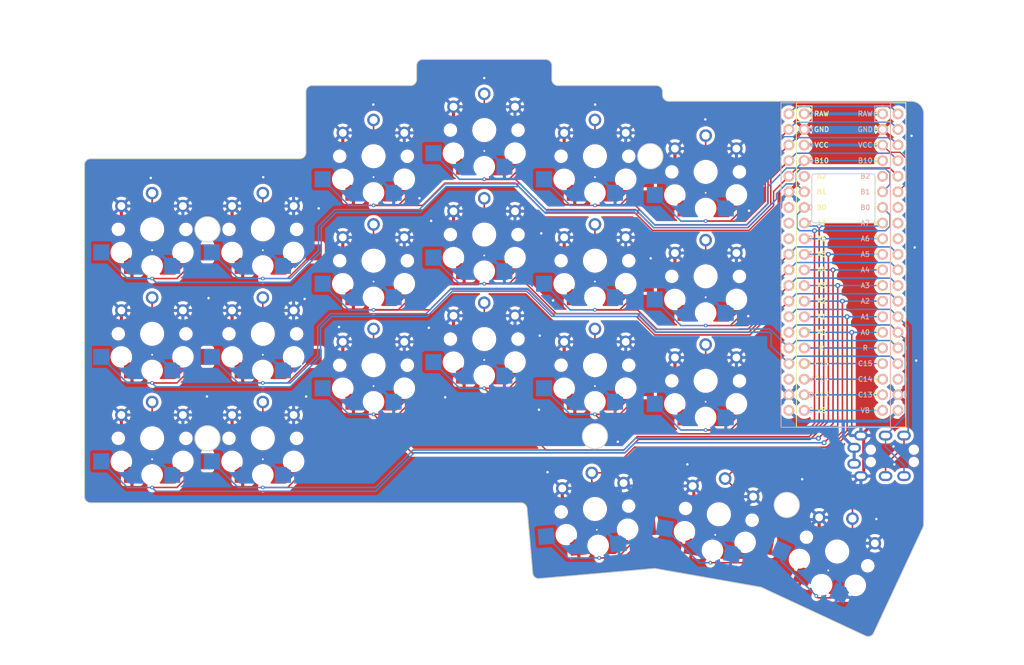
<source format=kicad_pcb>
(kicad_pcb (version 20221018) (generator pcbnew)
  (title_block (title "board") (rev "v1.0.0") (company "Unknown"))
  (layers (0 "F.Cu" signal) (31 "B.Cu" signal) (34 "B.Paste" user) (35 "F.Paste" user) (36 "B.SilkS" user "B.Silkscreen") (37 "F.SilkS" user "F.Silkscreen") (38 "B.Mask" user) (39 "F.Mask" user) (44 "Edge.Cuts" user))
  (net 0 "")
  (net 1 "GND")
  (net 2 "A3")
  (net 3 "B9")
  (net 4 "B1")
  (net 5 "A4")
  (net 6 "B8")
  (net 7 "B10")
  (net 8 "A5")
  (net 9 "B5")
  (net 10 "A8")
  (net 11 "A6")
  (net 12 "B4")
  (net 13 "B15")
  (net 14 "A7")
  (net 15 "B3")
  (net 16 "B14")
  (net 17 "B0")
  (net 18 "A15")
  (net 19 "B13")
  (net 20 "A2")
  (net 21 "A1")
  (net 22 "A0")
  (net 23 "A10")
  (net 24 "A11")
  (net 25 "A12")
  (net 26 "VCC")
  (net 27 "B12")
  (net 28 "B2")
  (net 29 "B6")
  (net 30 "B7")
  (net 31 "C13")
  (net 32 "C14")
  (net 33 "C15")
  (net 34 "R")
  (net 35 "RAW")
  (net 36 "VB")
  (footprint "VIA-0.6mm" (layer "F.Cu") (at 210.019 136.398)
    (fp_text reference "REF**" hide)
    (fp_text value "VIA-0.6mm" hide)
  )
  (footprint "PG1350" (layer "F.Cu") (at 228.019 147.948 180)
    (fp_text reference "S16" hide)
    (fp_text value "" hide)
  )
  (footprint "VIA-0.6mm" (layer "F.Cu") (at 210.019 131.798)
    (fp_text reference "REF**" hide)
    (fp_text value "VIA-0.6mm" hide)
  )
  (footprint "Blackpill" (layer "F.Cu") (at 249.169 102.698 -90)
    (fp_text reference "MCU2" hide)
    (fp_text value "" hide)
  )
  (footprint "VIA-0.6mm" (layer "F.Cu") (at 210.019 119.398)
    (fp_text reference "REF**" hide)
    (fp_text value "VIA-0.6mm" hide)
  )
  (footprint "VIA-0.6mm" (layer "F.Cu") (at 247.957387 178.796748 -25)
    (fp_text reference "REF**" hide)
    (fp_text value "VIA-0.6mm" hide)
  )
  (footprint "PG1350" (layer "F.Cu") (at 228.019 113.948 180)
    (fp_text reference "S18" hide)
    (fp_text value "" hide)
  )
  (footprint "PG1350" (layer "F.Cu") (at 230.161984 169.664723 170)
    (fp_text reference "S20" hide)
    (fp_text value "" hide)
  )
  (footprint "VIA-0.6mm" (layer "F.Cu") (at 228.772799 177.543185 -10)
    (fp_text reference "REF**" hide)
    (fp_text value "VIA-0.6mm" hide)
  )
  (footprint "PG1350" (layer "F.Cu") (at 210.019 128.398 180)
    (fp_text reference "S14" hide)
    (fp_text value "" hide)
  )
  (footprint "PG1350" (layer "F.Cu") (at 192.019 107.148 180)
    (fp_text reference "S12" hide)
    (fp_text value "" hide)
  )
  (footprint "VIA-0.6mm" (layer "F.Cu") (at 138.019 131.298)
    (fp_text reference "REF**" hide)
    (fp_text value "VIA-0.6mm" hide)
  )
  (footprint "VIA-0.6mm" (layer "F.Cu") (at 174.019 114.798)
    (fp_text reference "REF**" hide)
    (fp_text value "VIA-0.6mm" hide)
  )
  (footprint "VIA-0.6mm" (layer "F.Cu") (at 156.019 131.298)
    (fp_text reference "REF**" hide)
    (fp_text value "VIA-0.6mm" hide)
  )
  (footprint "VIA-0.6mm" (layer "F.Cu") (at 192.019 132.148)
    (fp_text reference "REF**" hide)
    (fp_text value "VIA-0.6mm" hide)
  )
  (footprint "PG1350" (layer "F.Cu") (at 138.019 157.298 180)
    (fp_text reference "S1" hide)
    (fp_text value "" hide)
  )
  (footprint "VIA-0.6mm" (layer "F.Cu") (at 138.019 165.298)
    (fp_text reference "REF**" hide)
    (fp_text value "VIA-0.6mm" hide)
  )
  (footprint "PG1350" (layer "F.Cu") (at 156.019 123.298 180)
    (fp_text reference "S6" hide)
    (fp_text value "" hide)
  )
  (footprint "VIA-0.6mm" (layer "F.Cu") (at 192.019 149.148)
    (fp_text reference "REF**" hide)
    (fp_text value "VIA-0.6mm" hide)
  )
  (footprint "PG1350" (layer "F.Cu") (at 228.019 130.948 180)
    (fp_text reference "S17" hide)
    (fp_text value "" hide)
  )
  (footprint "VIA-0.6mm" (layer "F.Cu") (at 156.019 165.298)
    (fp_text reference "REF**" hide)
    (fp_text value "VIA-0.6mm" hide)
  )
  (footprint "VIA-0.6mm" (layer "F.Cu") (at 210.019 114.798)
    (fp_text reference "REF**" hide)
    (fp_text value "VIA-0.6mm" hide)
  )
  (footprint "VIA-0.6mm" (layer "F.Cu") (at 228.019 138.948)
    (fp_text reference "REF**" hide)
    (fp_text value "VIA-0.6mm" hide)
  )
  (footprint "PG1350" (layer "F.Cu") (at 138.019 123.298 180)
    (fp_text reference "S3" hide)
    (fp_text value "" hide)
  )
  (footprint "VIA-0.6mm" (layer "F.Cu") (at 156.019 143.698)
    (fp_text reference "REF**" hide)
    (fp_text value "VIA-0.6mm" hide)
  )
  (footprint "VIA-0.6mm" (layer "F.Cu") (at 228.019 134.348)
    (fp_text reference "REF**" hide)
    (fp_text value "VIA-0.6mm" hide)
  )
  (footprint "TRRS-PJ-320A-dual" (layer "F.Cu") (at 263.469 163.448 -90)
    (fp_text reference "TRRS1")
    (fp_text value "TRRS-PJ-320A-dual")
  )
  (footprint "VIA-0.6mm" (layer "F.Cu") (at 138.019 148.298)
    (fp_text reference "REF**" hide)
    (fp_text value "VIA-0.6mm" hide)
  )
  (footprint "VIA-0.6mm" (layer "F.Cu") (at 138.019 160.698)
    (fp_text reference "REF**" hide)
    (fp_text value "VIA-0.6mm" hide)
  )
  (footprint "VIA-0.6mm" (layer "F.Cu") (at 192.019 115.148)
    (fp_text reference "REF**" hide)
    (fp_text value "VIA-0.6mm" hide)
  )
  (footprint "PG1350" (layer "F.Cu") (at 174.019 145.398 180)
    (fp_text reference "S7" hide)
    (fp_text value "" hide)
  )
  (footprint "VIA-0.6mm" (layer "F.Cu") (at 229.57158 173.01307 -10)
    (fp_text reference "REF**" hide)
    (fp_text value "VIA-0.6mm" hide)
  )
  (footprint "VIA-0.6mm" (layer "F.Cu") (at 192.019 144.548)
    (fp_text reference "REF**" hide)
    (fp_text value "VIA-0.6mm" hide)
  )
  (footprint "VIA-0.6mm" (layer "F.Cu") (at 210.019 153.398)
    (fp_text reference "REF**" hide)
    (fp_text value "VIA-0.6mm" hide)
  )
  (footprint "PG1350" (layer "F.Cu") (at 174.019 128.398 180)
    (fp_text reference "S8" hide)
    (fp_text value "" hide)
  )
  (footprint "TRRS-PJ-320A-dual" (layer "F.Cu") (at 263.469 161.448 -90)
    (fp_text reference "TRRS2")
    (fp_text value "TRRS-PJ-320A-dual")
  )
  (footprint "PG1350" (layer "F.Cu") (at 156.019 140.298 180)
    (fp_text reference "S5" hide)
    (fp_text value "" hide)
  )
  (footprint "VIA-0.6mm" (layer "F.Cu") (at 174.019 148.798)
    (fp_text reference "REF**" hide)
    (fp_text value "VIA-0.6mm" hide)
  )
  (footprint "PG1350" (layer "F.Cu") (at 210.019 111.398 180)
    (fp_text reference "S15" hide)
    (fp_text value "" hide)
  )
  (footprint "PG1350" (layer "F.Cu") (at 192.019 141.148 180)
    (fp_text reference "S10" hide)
    (fp_text value "" hide)
  )
  (footprint "VIA-0.6mm" (layer "F.Cu") (at 192.019 127.548)
    (fp_text reference "REF**" hide)
    (fp_text value "VIA-0.6mm" hide)
  )
  (footprint "VIA-0.6mm" (layer "F.Cu") (at 228.019 155.948)
    (fp_text reference "REF**" hide)
    (fp_text value "VIA-0.6mm" hide)
  )
  (footprint "VIA-0.6mm" (layer "F.Cu") (at 210.716246 176.767558 5)
    (fp_text reference "REF**" hide)
    (fp_text value "VIA-0.6mm" hide)
  )
  (footprint "VIA-0.6mm" (layer "F.Cu") (at 174.019 153.398)
    (fp_text reference "REF**" hide)
    (fp_text value "VIA-0.6mm" hide)
  )
  (footprint "VIA-0.6mm" (layer "F.Cu") (at 156.019 126.698)
    (fp_text reference "REF**" hide)
    (fp_text value "VIA-0.6mm" hide)
  )
  (footprint "VIA-0.6mm" (layer "F.Cu") (at 156.019 160.698)
    (fp_text reference "REF**" hide)
    (fp_text value "VIA-0.6mm" hide)
  )
  (footprint "PG1350" (layer "F.Cu") (at 210.019 145.398 180)
    (fp_text reference "S13" hide)
    (fp_text value "" hide)
  )
  (footprint "VIA-0.6mm" (layer "F.Cu") (at 174.019 131.798)
    (fp_text reference "REF**" hide)
    (fp_text value "VIA-0.6mm" hide)
  )
  (footprint "VIA-0.6mm" (layer "F.Cu") (at 174.019 136.398)
    (fp_text reference "REF**" hide)
    (fp_text value "VIA-0.6mm" hide)
  )
  (footprint "VIA-0.6mm" (layer "F.Cu") (at 156.019 148.298)
    (fp_text reference "REF**" hide)
    (fp_text value "VIA-0.6mm" hide)
  )
  (footprint "PG1350" (layer "F.Cu") (at 210.019 168.798 -175)
    (fp_text reference "S19" hide)
    (fp_text value "" hide)
  )
  (footprint "VIA-0.6mm" (layer "F.Cu") (at 228.019 117.348)
    (fp_text reference "REF**" hide)
    (fp_text value "VIA-0.6mm" hide)
  )
  (footprint "PG1350" (layer "F.Cu") (at 156.019 157.298 180)
    (fp_text reference "S4" hide)
    (fp_text value "" hide)
  )
  (footprint "VIA-0.6mm" (layer "F.Cu") (at 210.019 148.798)
    (fp_text reference "REF**" hide)
    (fp_text value "VIA-0.6mm" hide)
  )
  (footprint "VIA-0.6mm" (layer "F.Cu") (at 228.019 151.348)
    (fp_text reference "REF**" hide)
    (fp_text value "VIA-0.6mm" hide)
  )
  (footprint "VIA-0.6mm" (layer "F.Cu") (at 174.019 119.398)
    (fp_text reference "REF**" hide)
    (fp_text value "VIA-0.6mm" hide)
  )
  (footprint "VIA-0.6mm" (layer "F.Cu") (at 138.019 143.698)
    (fp_text reference "REF**" hide)
    (fp_text value "VIA-0.6mm" hide)
  )
  (footprint "PG1350" (layer "F.Cu") (at 138.019 140.298 180)
    (fp_text reference "S2" hide)
    (fp_text value "" hide)
  )
  (footprint "PG1350" (layer "F.Cu") (at 174.019 111.398 180)
    (fp_text reference "S9" hide)
    (fp_text value "" hide)
  )
  (footprint "PG1350" (layer "F.Cu") (at 249.394289 175.715302 155)
    (fp_text reference "S21" hide)
    (fp_text value "" hide)
  )
  (footprint "VIA-0.6mm" (layer "F.Cu") (at 246.013343 182.965764 -25)
    (fp_text reference "REF**" hide)
    (fp_text value "VIA-0.6mm" hide)
  )
  (footprint "Blackpill" (layer "F.Cu") (at 251.669 102.698 -90)
    (fp_text reference "MCU1" hide)
    (fp_text value "" hide)
  )
  (footprint "PG1350" (layer "F.Cu") (at 192.019 124.148 180)
    (fp_text reference "S11" hide)
    (fp_text value "" hide)
  )
  (footprint "VIA-0.6mm" (layer "F.Cu") (at 210.31533 172.185062 5)
    (fp_text reference "REF**" hide)
    (fp_text value "VIA-0.6mm" hide)
  )
  (footprint "VIA-0.6mm" (layer "F.Cu") (at 138.019 126.698)
    (fp_text reference "REF**" hide)
    (fp_text value "VIA-0.6mm" hide)
  )
  (footprint "VIA-0.6mm" (layer "F.Cu") (at 192.019 110.548)
    (fp_text reference "REF**" hide)
    (fp_text value "VIA-0.6mm" hide)
  )
  (footprint "VIA-0.6mm" (layer "F.Cu") (at 228.019 121.948)
    (fp_text reference "REF**" hide)
    (fp_text value "VIA-0.6mm" hide)
  )
  (gr_arc (start 163.019 110.798) (mid 162.726107 111.505107) (end 162.019 111.798) (stroke (width 0.15)) (layer "Edge.Cuts"))
  (gr_line (start 263.366547 171.779915) (end 263.378548 171.754179) (stroke (width 0.15)) (layer "Edge.Cuts"))
  (gr_arc (start 204.019 99.898) (mid 203.311893 99.605107) (end 203.019 98.898) (stroke (width 0.15)) (layer "Edge.Cuts"))
  (gr_line (start 222.019 102.448) (end 261.469 102.448) (stroke (width 0.15)) (layer "Edge.Cuts"))
  (gr_circle (center 219.019 111.398) (end 221.069 111.398) (stroke (width 0.15)) (fill none) (layer "Edge.Cuts"))
  (gr_line (start 128.019 167.798) (end 197.973162 167.798) (stroke (width 0.15)) (layer "Edge.Cuts"))
  (gr_arc (start 163.019 100.898) (mid 163.311893 100.190893) (end 164.019 99.898) (stroke (width 0.15)) (layer "Edge.Cuts"))
  (gr_line (start 181.019 98.898) (end 181.019 96.648) (stroke (width 0.15)) (layer "Edge.Cuts"))
  (gr_line (start 255.569 121.748) (end 255.569 114.748) (stroke (width 0.15)) (layer "Edge.Cuts"))
  (gr_line (start 219.864366 178.510955) (end 236.90901 181.516385) (stroke (width 0.15)) (layer "Edge.Cuts"))
  (gr_line (start 127.019 166.798) (end 127.019 112.798) (stroke (width 0.15)) (layer "Edge.Cuts"))
  (gr_line (start 237.15798 181.594885) (end 254.019875 189.457716) (stroke (width 0.15)) (layer "Edge.Cuts"))
  (gr_arc (start 181.019 96.648) (mid 181.311893 95.940893) (end 182.019 95.648) (stroke (width 0.15)) (layer "Edge.Cuts"))
  (gr_line (start 182.019 95.648) (end 202.019 95.648) (stroke (width 0.15)) (layer "Edge.Cuts"))
  (gr_arc (start 127.019 112.798) (mid 127.311893 112.090893) (end 128.019 111.798) (stroke (width 0.15)) (layer "Edge.Cuts"))
  (gr_arc (start 261.469 102.448) (mid 262.883214 103.033786) (end 263.469 104.448) (stroke (width 0.15)) (layer "Edge.Cuts"))
  (gr_arc (start 181.019 98.898) (mid 180.726107 99.605107) (end 180.019 99.898) (stroke (width 0.15)) (layer "Edge.Cuts"))
  (gr_line (start 245.769 122.248) (end 255.069 122.248) (stroke (width 0.15)) (layer "Edge.Cuts"))
  (gr_line (start 128.019 111.798) (end 162.019 111.798) (stroke (width 0.15)) (layer "Edge.Cuts"))
  (gr_line (start 203.019 96.648) (end 203.019 98.898) (stroke (width 0.15)) (layer "Edge.Cuts"))
  (gr_arc (start 263.469 171.148) (mid 263.468561 171.189881) (end 263.467246 171.231744) (stroke (width 0.15)) (layer "Edge.Cuts"))
  (gr_circle (center 241.206202 168.145649) (end 243.256202 168.145649) (stroke (width 0.15)) (fill none) (layer "Edge.Cuts"))
  (gr_arc (start 202.019 95.648) (mid 202.726107 95.940893) (end 203.019 96.648) (stroke (width 0.15)) (layer "Edge.Cuts"))
  (gr_arc (start 245.769 122.248) (mid 245.415447 122.101553) (end 245.269 121.748) (stroke (width 0.15)) (layer "Edge.Cuts"))
  (gr_line (start 198.969357 168.710844) (end 199.888838 179.220563) (stroke (width 0.15)) (layer "Edge.Cuts"))
  (gr_line (start 204.019 99.898) (end 220.019 99.898) (stroke (width 0.15)) (layer "Edge.Cuts"))
  (gr_arc (start 200.972189 180.129602) (mid 200.242245 179.899452) (end 199.888838 179.220563) (stroke (width 0.15)) (layer "Edge.Cuts"))
  (gr_line (start 245.269 114.748) (end 245.269 121.748) (stroke (width 0.15)) (layer "Edge.Cuts"))
  (gr_line (start 221.019 100.898) (end 221.019 101.448) (stroke (width 0.15)) (layer "Edge.Cuts"))
  (gr_arc (start 197.973162 167.798) (mid 198.648752 168.060723) (end 198.969357 168.710844) (stroke (width 0.15)) (layer "Edge.Cuts"))
  (gr_line (start 255.348801 188.974027) (end 263.172795 172.195418) (stroke (width 0.15)) (layer "Edge.Cuts"))
  (gr_arc (start 128.019 167.798) (mid 127.311893 167.505107) (end 127.019 166.798) (stroke (width 0.15)) (layer "Edge.Cuts"))
  (gr_arc (start 255.348801 188.974026) (mid 254.784513 189.491101) (end 254.019875 189.457716) (stroke (width 0.15)) (layer "Edge.Cuts"))
  (gr_arc (start 263.467246 171.231744) (mid 263.458132 171.498944) (end 263.378548 171.754179) (stroke (width 0.15)) (layer "Edge.Cuts"))
  (gr_line (start 263.469 171.148) (end 263.469 104.448) (stroke (width 0.15)) (layer "Edge.Cuts"))
  (gr_arc (start 245.269 114.748) (mid 245.415447 114.394447) (end 245.769 114.248) (stroke (width 0.15)) (layer "Edge.Cuts"))
  (gr_arc (start 255.569 121.748) (mid 255.422553 122.101553) (end 255.069 122.248) (stroke (width 0.15)) (layer "Edge.Cuts"))
  (gr_arc (start 263.366547 171.779916) (mid 263.281616 171.993237) (end 263.172795 172.195418) (stroke (width 0.15)) (layer "Edge.Cuts"))
  (gr_circle (center 210.019 156.958) (end 212.069 156.958) (stroke (width 0.15)) (fill none) (layer "Edge.Cuts"))
  (gr_arc (start 255.069 114.248) (mid 255.422553 114.394447) (end 255.569 114.748) (stroke (width 0.15)) (layer "Edge.Cuts"))
  (gr_line (start 200.972188 180.129602) (end 219.603562 178.499568) (stroke (width 0.15)) (layer "Edge.Cuts"))
  (gr_arc (start 236.90901 181.516385) (mid 237.036068 181.547476) (end 237.15798 181.594885) (stroke (width 0.15)) (layer "Edge.Cuts"))
  (gr_arc (start 222.019 102.448) (mid 221.311893 102.155107) (end 221.019 101.448) (stroke (width 0.15)) (layer "Edge.Cuts"))
  (gr_line (start 163.019 110.798) (end 163.019 100.898) (stroke (width 0.15)) (layer "Edge.Cuts"))
  (gr_arc (start 220.019 99.898) (mid 220.726107 100.190893) (end 221.019 100.898) (stroke (width 0.15)) (layer "Edge.Cuts"))
  (gr_circle (center 147.019 157.298) (end 149.069 157.298) (stroke (width 0.15)) (fill none) (layer "Edge.Cuts"))
  (gr_circle (center 147.019 123.298) (end 149.069 123.298) (stroke (width 0.15)) (fill none) (layer "Edge.Cuts"))
  (gr_line (start 164.019 99.898) (end 180.019 99.898) (stroke (width 0.15)) (layer "Edge.Cuts"))
  (gr_arc (start 219.603562 178.499568) (mid 219.734337 178.496714) (end 219.864366 178.510955) (stroke (width 0.15)) (layer "Edge.Cuts"))
  (gr_line (start 255.069 114.248) (end 245.769 114.248) (stroke (width 0.15)) (layer "Edge.Cuts"))
  (segment (start 156.019 160.698) (end 151.019 155.698) (width 0.5) (layer "F.Cu") (net 1))
  (segment (start 138.019 160.698) (end 133.019 155.698) (width 0.5) (layer "F.Cu") (net 1))
  (segment (start 210.019 131.798) (end 209.294 131.798) (width 0.5) (layer "F.Cu") (net 1))
  (segment (start 156.019 126.698) (end 151.019 121.698) (width 0.5) (layer "F.Cu") (net 1))
  (segment (start 227.846093 173.01307) (end 225.903532 174.955631) (width 0.5) (layer "F.Cu") (net 1))
  (segment (start 210.019 114.798) (end 209.294 114.798) (width 0.5) (layer "F.Cu") (net 1))
  (segment (start 253.269 156.848) (end 254.978 155.139) (width 0.5) (layer "F.Cu") (net 1))
  (segment (start 204.706835 165.448239) (end 204.706835 166.885079) (width 0.5) (layer "F.Cu") (net 1))
  (segment (start 244.838563 178.796748) (end 243.911552 179.723759) (width 0.5) (layer "F.Cu") (net 1))
  (segment (start 192.019 127.548) (end 187.019 122.548) (width 0.5) (layer "F.Cu") (net 1))
  (segment (start 174.019 114.798) (end 173.294 114.798) (width 0.5) (layer "F.Cu") (net 1))
  (segment (start 155.294 126.698) (end 152.744 129.248) (width 0.5) (layer "F.Cu") (net 1))
  (segment (start 227.294 117.348) (end 224.744 119.898) (width 0.5) (layer "F.Cu") (net 1))
  (segment (start 253.719 162.998) (end 253.269 163.448) (width 0.5) (layer "F.Cu") (net 1))
  (segment (start 191.294 144.548) (end 188.744 147.098) (width 0.5) (layer "F.Cu") (net 1))
  (segment (start 228.019 117.348) (end 223.019 112.348) (width 0.5) (layer "F.Cu") (net 1))
  (segment (start 174.019 114.798) (end 169.019 109.798) (width 0.5) (layer "F.Cu") (net 1))
  (segment (start 227.294 151.348) (end 224.744 153.898) (width 0.5) (layer "F.Cu") (net 1))
  (segment (start 210.019 148.798) (end 209.294 148.798) (width 0.5) (layer "F.Cu") (net 1))
  (segment (start 192.019 110.548) (end 187.019 105.548) (width 0.5) (layer "F.Cu") (net 1))
  (segment (start 209.294 131.798) (end 206.744 134.348) (width 0.5) (layer "F.Cu") (net 1))
  (segment (start 210.019 114.798) (end 205.019 109.798) (width 0.5) (layer "F.Cu") (net 1))
  (segment (start 205.019 143.798) (end 205.019 141.598) (width 0.5) (layer "F.Cu") (net 1))
  (segment (start 253.269 156.848) (end 253.719 157.298) (width 0.5) (layer "F.Cu") (net 1))
  (segment (start 228.019 151.348) (end 227.294 151.348) (width 0.5) (layer "F.Cu") (net 1))
  (segment (start 228.019 117.348) (end 227.294 117.348) (width 0.5) (layer "F.Cu") (net 1))
  (segment (start 133.019 138.698) (end 133.019 136.498) (width 0.5) (layer "F.Cu") (net 1))
  (segment (start 151.019 121.698) (end 151.019 119.498) (width 0.5) (layer "F.Cu") (net 1))
  (segment (start 155.294 143.698) (end 152.744 146.248) (width 0.5) (layer "F.Cu") (net 1))
  (segment (start 229.57158 173.01307) (end 227.846093 173.01307) (width 0.5) (layer "F.Cu") (net 1))
  (segment (start 187.019 105.548) (end 187.019 103.348) (width 0.5) (layer "F.Cu") (net 1))
  (segment (start 137.294 143.698) (end 134.744 146.248) (width 0.5) (layer "F.Cu") (net 1))
  (segment (start 205.019 126.798) (end 205.019 124.598) (width 0.5) (layer "F.Cu") (net 1))
  (segment (start 173.294 131.798) (end 170.744 134.348) (width 0.5) (layer "F.Cu") (net 1))
  (segment (start 226.096442 165.252847) (end 225.897808 165.054213) (width 0.5) (layer "F.Cu") (net 1))
  (segment (start 174.019 148.798) (end 169.019 143.798) (width 0.5) (layer "F.Cu") (net 1))
  (segment (start 227.294 134.348) (end 224.744 136.898) (width 0.5) (layer "F.Cu") (net 1))
  (segment (start 156.019 160.698) (end 155.294 160.698) (width 0.5) (layer "F.Cu") (net 1))
  (segment (start 210.31533 172.185062) (end 210.100771 172.185062) (width 0.5) (layer "F.Cu") (net 1))
  (segment (start 138.019 126.698) (end 133.019 121.698) (width 0.5) (layer "F.Cu") (net 1))
  (segment (start 240.3727 119.7943) (end 233.019 127.148) (width 0.2) (layer "F.Cu") (net 1))
  (segment (start 138.019 143.698) (end 137.294 143.698) (width 0.5) (layer "F.Cu") (net 1))
  (segment (start 228.019 134.348) (end 223.019 129.348) (width 0.5) (layer "F.Cu") (net 1))
  (segment (start 156.019 143.698) (end 155.294 143.698) (width 0.5) (layer "F.Cu") (net 1))
  (segment (start 187.019 122.548) (end 187.019 120.348) (width 0.5) (layer "F.Cu") (net 1))
  (segment (start 138.019 160.698) (end 137.294 160.698) (width 0.5) (layer "F.Cu") (net 1))
  (segment (start 174.019 131.798) (end 173.294 131.798) (width 0.5) (layer "F.Cu") (net 1))
  (segment (start 192.019 110.548) (end 191.294 110.548) (width 0.5) (layer "F.Cu") (net 1))
  (segment (start 260.701 151.63) (end 259.289 150.218) (width 0.5) (layer "F.Cu") (net 1))
  (segment (start 246.468699 170.158241) (end 246.468699 177.30806) (width 0.5) (layer "F.Cu") (net 1))
  (segment (start 137.294 160.698) (end 134.744 163.248) (width 0.5) (layer "F.Cu") (net 1))
  (segment (start 228.019 151.348) (end 223.019 146.348) (width 0.5) (layer "F.Cu") (net 1))
  (segment (start 258.783672 155.139) (end 260.701 153.221672) (width 0.5) (layer "F.Cu") (net 1))
  (segment (start 137.294 126.698) (end 134.744 129.248) (width 0.5) (layer "F.Cu") (net 1))
  (segment (start 209.294 148.798) (end 206.744 151.348) (width 0.5) (layer "F.Cu") (net 1))
  (segment (start 138.019 126.698) (end 137.294 126.698) (width 0.5) (layer "F.Cu") (net 1))
  (segment (start 223.019 146.348) (end 223.019 144.148) (width 0.5) (layer "F.Cu") (net 1))
  (segment (start 247.957387 178.796748) (end 244.838563 178.796748) (width 0.5) (layer "F.Cu") (net 1))
  (segment (start 205.019 109.798) (end 205.019 107.598) (width 0.5) (layer "F.Cu") (net 1))
  (segment (start 240.3727 118.3743) (end 240.3727 119.7943) (width 0.2) (layer "F.Cu") (net 1))
  (segment (start 226.096442 169.537932) (end 226.096442 165.252847) (width 0.5) (layer "F.Cu") (net 1))
  (segment (start 155.294 160.698) (end 152.744 163.248) (width 0.5) (layer "F.Cu") (net 1))
  (segment (start 174.019 131.798) (end 169.019 126.798) (width 0.5) (layer "F.Cu") (net 1))
  (segment (start 210.006818 172.185062) (end 210.31533 172.185062) (width 0.5) (layer "F.Cu") (net 1))
  (segment (start 246.468699 177.30806) (end 247.957387 178.796748) (width 0.5) (layer "F.Cu") (net 1))
  (segment (start 228.019 134.348) (end 227.294 134.348) (width 0.5) (layer "F.Cu") (net 1))
  (segment (start 187.019 139.548) (end 187.019 137.348) (width 0.5) (layer "F.Cu") (net 1))
  (segment (start 151.019 138.698) (end 151.019 136.498) (width 0.5) (layer "F.Cu") (net 1))
  (segment (start 151.019 155.698) (end 151.019 153.498) (width 0.5) (layer "F.Cu") (net 1))
  (segment (start 192.019 144.548) (end 191.294 144.548) (width 0.5) (layer "F.Cu") (net 1))
  (segment (start 210.100771 172.185062) (end 207.275039 175.010794) (width 0.5) (layer "F.Cu") (net 1))
  (segment (start 173.294 148.798) (end 170.744 151.348) (width 0.5) (layer "F.Cu") (net 1))
  (segment (start 192.019 144.548) (end 187.019 139.548) (width 0.5) (layer "F.Cu") (net 1))
  (segment (start 210.019 148.798) (end 205.019 143.798) (width 0.5) (layer "F.Cu") (net 1))
  (segment (start 138.019 143.698) (end 133.019 138.698) (width 0.5) (layer "F.Cu") (net 1))
  (segment (start 169.019 109.798) (end 169.019 107.598) (width 0.5) (layer "F.Cu") (net 1))
  (segment (start 169.019 143.798) (end 169.019 141.598) (width 0.5) (layer "F.Cu") (net 1))
  (segment (start 260.701 153.221672) (end 260.701 151.63) (width 0.5) (layer "F.Cu") (net 1))
  (segment (start 191.294 110.548) (end 188.744 113.098) (width 0.5) (layer "F.Cu") (net 1))
  (segment (start 254.978 155.139) (end 258.783672 155.139) (width 0.5) (layer "F.Cu") (net 1))
  (segment (start 204.706835 166.885079) (end 210.006818 172.185062) (width 0.5) (layer "F.Cu") (net 1))
  (segment (start 209.294 114.798) (end 206.744 117.348) (width 0.5) (layer "F.Cu") (net 1))
  (segment (start 133.019 155.698) (end 133.019 153.498) (width 0.5) (layer "F.Cu") (net 1))
  (segment (start 229.57158 173.01307) (end 226.096442 169.537932) (width 0.5) (layer "F.Cu") (net 1))
  (segment (start 174.019 148.798) (end 173.294 148.798) (width 0.5) (layer "F.Cu") (net 1))
  (segment (start 223.019 112.348) (end 223.019 110.148) (width 0.5) (layer "F.Cu") (net 1))
  (segment (start 191.294 127.548) (end 188.744 130.098) (width 0.5) (layer "F.Cu") (net 1))
  (segment (start 133.019 121.698) (end 133.019 119.498) (width 0.5) (layer "F.Cu") (net 1))
  (segment (start 253.719 157.298) (end 253.719 162.998) (width 0.5) (layer "F.Cu") (net 1))
  (segment (start 210.019 131.798) (end 205.019 126.798) (width 0.5) (layer "F.Cu") (net 1))
  (segment (start 192.019 127.548) (end 191.294 127.548) (width 0.5) (layer "F.Cu") (net 1))
  (segment (start 169.019 126.798) (end 169.019 124.598) (width 0.5) (layer "F.Cu") (net 1))
  (segment (start 173.294 114.798) (end 170.744 117.348) (width 0.5) (layer "F.Cu") (net 1))
  (segment (start 241.549 117.198) (end 240.3727 118.3743) (width 0.2) (layer "F.Cu") (net 1))
  (segment (start 156.019 143.698) (end 151.019 138.698) (width 0.5) (layer "F.Cu") (net 1))
  (segment (start 156.019 126.698) (end 155.294 126.698) (width 0.5) (layer "F.Cu") (net 1))
  (segment (start 223.019 129.348) (end 223.019 127.148) (width 0.5) (layer "F.Cu") (net 1))
  (via (at 258.572 158.623) (size 0.8) (drill 0.4) (layers "F.Cu" "B.Cu") (net 1))
  (via (at 201.295 123.952) (size 0.8) (drill 0.4) (layers "F.Cu" "B.Cu") (net 1))
  (via (at 235.077 120.269) (size 0.8) (drill 0.4) (layers "F.Cu" "B.Cu") (net 1))
  (via (at 192.024 98.679) (size 0.8) (drill 0.4) (layers "F.Cu" "B.Cu") (net 1))
  (via (at 203.2 134.874) (size 0.8) (drill 0.4) (layers "F.Cu" "B.Cu") (net 1))
  (via (at 200.914 152.654) (size 0.8) (drill 0.4) (layers "F.Cu" "B.Cu") (net 1))
  (via (at 163.068 150.495) (size 0.8) (drill 0.4) (layers "F.Cu" "B.Cu") (net 1))
  (via (at 227.965 105.41) (size 0.8) (drill 0.4) (layers "F.Cu" "B.Cu") (net 1))
  (via (at 168.402 139.192) (size 0.8) (drill 0.4) (layers "F.Cu" "B.Cu") (net 1))
  (via (at 225.044 161.544) (size 0.8) (drill 0.4) (layers "F.Cu" "B.Cu") (net 1))
  (via (at 185.674 150.622) (size 0.8) (drill 0.4) (layers "F.Cu" "B.Cu") (net 1))
  (via (at 173.99 102.997) (size 0.8) (drill 0.4) (layers "F.Cu" "B.Cu") (net 1))
  (via (at 146.939 150.495) (size 0.8) (drill 0.4) (layers "F.Cu" "B.Cu") (net 1))
  (via (at 137.795 114.935) (size 0.8) (drill 0.4) (layers "F.Cu" "B.Cu") (net 1))
  (via (at 258.699 161.544) (size 0.8) (drill 0.4) (layers "F.Cu" "B.Cu") (net 1))
  (via (at 255.778 170.434) (size 0.8) (drill 0.4) (layers "F.Cu" "B.Cu") (net 1))
  (via (at 213.741 157.861) (size 0.8) (drill 0.4) (layers "F.Cu" "B.Cu") (net 1))
  (via (at 183.007 139.319) (size 0.8) (drill 0.4) (layers "F.Cu" "B.Cu") (net 1))
  (via (at 234.95 137.414) (size 0.8) (drill 0.4) (layers "F.Cu" "B.Cu") (net 1))
  (via (at 162.814 134.62) (size 0.8) (drill 0.4) (layers "F.Cu" "B.Cu") (net 1))
  (via (at 201.041 140.589) (size 0.8) (drill 0.4) (layers "F.Cu" "B.Cu") (net 1))
  (via (at 262.001 126.238) (size 0.8) (drill 0.4) (layers "F.Cu" "B.Cu") (net 1))
  (via (at 156.083 114.808) (size 0.8) (drill 0.4) (layers "F.Cu" "B.Cu") (net 1))
  (via (at 181.483 118.237) (size 0.8) (drill 0.4) (layers "F.Cu" "B.Cu") (net 1))
  (via (at 210.058 102.997) (size 0.8) (drill 0.4) (layers "F.Cu" "B.Cu") (net 1))
  (via (at 202.311 162.814) (size 0.8) (drill 0.4) (layers "F.Cu" "B.Cu") (net 1))
  (via (at 219.075 128.016) (size 0.8) (drill 0.4) (layers "F.Cu" "B.Cu") (net 1))
  (via (at 183.388 121.92) (size 0.8) (drill 0.4) (layers "F.Cu" "B.Cu") (net 1))
  (via (at 147.193 134.493) (size 0.8) (drill 0.4) (layers "F.Cu" "B.Cu") (net 1))
  (via (at 261.493 108.077) (size 0.8) (drill 0.4) (layers "F.Cu" "B.Cu") (net 1))
  (via (at 262.255 144.653) (size 0.8) (drill 0.4) (layers "F.Cu" "B.Cu") (net 1))
  (via (at 165.1 119.888) (size 0.8) (drill 0.4) (layers "F.Cu" "B.Cu") (net 1))
  (via (at 243.713 163.957) (size 0.8) (drill 0.4) (layers "F.Cu" "B.Cu") (net 1))
  (segment (start 192.744 144.548) (end 195.294 147.098) (width 0.5) (layer "B.Cu") (net 1))
  (segment (start 127.994 148.473) (end 127.994 141.523) (width 0.5) (layer "B.Cu") (net 1))
  (segment (start 156.744 160.698) (end 159.294 163.248) (width 0.5) (layer "B.Cu") (net 1))
  (segment (start 179.019 109.798) (end 179.019 107.598) (width 0.5) (layer "B.Cu") (net 1))
  (segment (start 210.744 131.798) (end 213.294 134.348) (width 0.5) (layer "B.Cu") (net 1))
  (segment (start 210.31533 172.185062) (end 211.545253 172.185062) (width 0.5) (layer "B.Cu") (net 1))
  (segment (start 223.019 110.148) (end 233.019 110.148) (width 0.5) (layer "B.Cu") (net 1))
  (segment (start 174.019 148.798) (end 179.019 143.798) (width 0.5) (layer "B.Cu") (net 1))
  (segment (start 232.354023 176.093027) (end 232.354023 175.795513) (width 0.5) (layer "B.Cu") (net 1))
  (segment (start 161.019 132.598) (end 169.019 124.598) (width 0.5) (layer "B.Cu") (net 1))
  (segment (start 156.019 143.698) (end 156.744 143.698) (width 0.5) (layer "B.Cu") (net 1))
  (segment (start 246.468699 170.158241) (end 247.905539 170.158241) (width 0.5) (layer "B.Cu") (net 1))
  (segment (start 246.096593 170.530347) (end 246.468699 170.158241) (width 0.5) (layer "B.Cu") (net 1))
  (segment (start 182.769 141.598) (end 187.019 137.348) (width 0.5) (layer "B.Cu") (net 1))
  (segment (start 249.847868 182.491908) (end 249.847868 180.687229) (width 0.5) (layer "B.Cu") (net 1))
  (segment (start 200.769 120.348) (end 205.019 124.598) (width 0.5) (layer "B.Cu") (net 1))
  (segment (start 211.545253 172.185062) (end 213.800114 174.439923) (width 0.5) (layer "B.Cu") (net 1))
  (segment (start 233.019 146.348) (end 233.019 144.148) (width 0.5) (layer "B.Cu") (net 1))
  (segment (start 174.019 114.798) (end 179.019 109.798) (width 0.5) (layer "B.Cu") (net 1))
  (segment (start 187.019 137.348) (end 197.019 137.348) (width 0.5) (layer "B.Cu") (net 1))
  (segment (start 138.744 160.698) (end 141.294 163.248) (width 0.5) (layer "B.Cu") (net 1))
  (segment (start 251.119453 178.796748) (end 255.531777 174.384424) (width 0.5) (layer "B.Cu") (net 1))
  (segment (start 127.994 141.523) (end 133.019 136.498) (width 0.5) (layer "B.Cu") (net 1))
  (segment (start 233.019 129.348) (end 233.019 127.148) (width 0.5) (layer "B.Cu") (net 1))
  (segment (start 133.019 136.498) (end 143.019 136.498) (width 0.5) (layer "B.Cu") (net 1))
  (segment (start 228.019 134.348) (end 228.744 134.348) (width 0.5) (layer "B.Cu") (net 1))
  (segment (start 233.019 144.148) (end 235.479 144.148) (width 0.5) (layer "B.Cu") (net 1))
  (segment (start 232.354023 175.795513) (end 229.57158 173.01307) (width 0.5) (layer "B.Cu") (net 1))
  (segment (start 197.019 103.348) (end 200.769 103.348) (width 0.5) (layer "B.Cu") (net 1))
  (segment (start 179.019 141.598) (end 182.769 141.598) (width 0.5) (layer "B.Cu") (net 1))
  (segment (start 133.019 153.498) (end 143.019 153.498) (width 0.5) (layer "B.Cu") (net 1))
  (segment (start 138.019 126.698) (end 138.744 126.698) (width 0.5) (layer "B.Cu") (net 1))
  (segment (start 220.469 141.598) (end 223.019 144.148) (width 0.5) (layer "B.Cu") (net 1))
  (segment (start 192.019 127.548) (end 197.019 122.548) (width 0.5) (layer "B.Cu") (net 1))
  (segment (start 220.469 124.598) (end 223.019 127.148) (width 0.5) (layer "B.Cu") (net 1))
  (segment (start 192.019 144.548) (end 197.019 139.548) (width 0.5) (layer "B.Cu") (net 1))
  (segment (start 169.019 141.598) (end 179.019 141.598) (width 0.5) (layer "B.Cu") (net 1))
  (segment (start 215.019 141.598) (end 220.469 141.598) (width 0.5) (layer "B.Cu") (net 1))
  (segment (start 192.744 110.548) (end 195.294 113.098) (width 0.5) (layer "B.Cu") (net 1))
  (segment (start 210.019 148.798) (end 215.019 143.798) (width 0.5) (layer "B.Cu") (net 1))
  (segment (start 169.019 124.598) (end 179.019 124.598) (width 0.5) (layer "B.Cu") (net 1))
  (segment (start 225.897808 165.054213) (end 215.146314 165.054213) (width 0.5) (layer "B.Cu") (net 1))
  (segment (start 213.797224 165.448239) (end 214.668782 164.576681) (width 0.5) (layer "B.Cu") (net 1))
  (segment (start 156.019 126.698) (end 156.744 126.698) (width 0.5) (layer "B.Cu") (net 1))
  (segment (start 233.019 112.348) (end 233.019 110.148) (width 0.5) (layer "B.Cu") (net 1))
  (segment (start 169.019 107.598) (end 179.019 107.598) (width 0.5) (layer "B.Cu") (net 1))
  (segment (start 133.019 119.498) (end 143.019 119.498) (width 0.5) (layer "B.Cu") (net 1))
  (segment (start 192.019 144.548) (end 192.744 144.548) (width 0.5) (layer "B.Cu") (net 1))
  (segment (start 138.019 143.698) (end 143.019 138.698) (width 0.5) (layer "B.Cu") (net 1))
  (segment (start 215.019 143.798) (end 215.019 141.598) (width 0.5) (layer "B.Cu") (net 1))
  (segment (start 210.019 131.798) (end 210.744 131.798) (width 0.5) (layer "B.Cu") (net 1))
  (segment (start 156.019 160.698) (end 161.019 155.698) (width 0.5) (layer "B.Cu") (net 1))
  (segment (start 161.019 119.498) (end 161.019 115.598) (width 0.5) (layer "B.Cu") (net 1))
  (segment (start 215.019 126.798) (end 215.019 124.598) (width 0.5) (layer "B.Cu") (net 1))
  (segment (start 229.995844 173.01307) (end 235.745886 167.263028) (width 0.5) (layer "B.Cu") (net 1))
  (segment (start 253.17894 163.448) (end 253.269 163.448) (width 0.5) (layer "B.Cu") (net 1))
  (segment (start 187.019 103.348) (end 197.019 103.348) (width 0.5) (layer "B.Cu") (net 1))
  (segment (start 174.019 131.798) (end 174.744 131.798) (width 0.5) (layer "B.Cu") (net 1))
  (segment (start 133.019 153.498) (end 127.994 148.473) (width 0.5) (layer "B.Cu") (net 1))
  (segment (start 174.744 148.798) (end 177.294 151.348) (width 0.5) (layer "B.Cu") (net 1))
  (segment (start 192.019 127.548) (end 192.744 127.548) (width 0.5) (layer "B.Cu") (net 1))
  (segment (start 197.019 139.548) (end 197.019 137.348) (width 0.5) (layer "B.Cu") (net 1))
  (segment (start 228.019 151.348) (end 228.744 151.348) (width 0.5) (layer "B.Cu") (net 1))
  (segment (start 143.019 153.498) (end 151.019 153.498) (width 0.5) (layer "B.Cu") (net 1))
  (segment (start 235.745886 166.790694) (end 239.485539 170.530347) (width 0.5) (layer "B.Cu") (net 1))
  (segment (start 138.744 143.698) (end 141.294 146.248) (width 0.5) (layer "B.Cu") (net 1))
  (segment (start 215.019 107.598) (end 220.469 107.598) (width 0.5) (layer "B.Cu") (net 1))
  (segment (start 225.420276 164.576681) (end 225.897808 165.054213) (width 0.5) (layer "B.Cu") (net 1))
  (segment (start 210.744 148.798) (end 213.294 151.348) (width 0.5) (layer "B.Cu") (net 1))
  (segment (start 151.019 153.498) (end 161.019 153.498) (width 0.5) (layer "B.Cu") (net 1))
  (segment (start 204.706835 165.448239) (end 213.797224 165.448239) (width 0.5) (layer "B.Cu") (net 1))
  (segment (start 210.019 114.798) (end 210.744 114.798) (width 0.5) (layer "B.Cu") (net 1))
  (segment (start 228.019 117.348) (end 233.019 112.348) (width 0.5) (layer "B.Cu") (net 1))
  (segment (start 143.019 121.698) (end 143.019 119.498) (width 0.5) (layer "B.Cu") (net 1))
  (segment (start 179.019 126.798) (end 179.019 124.598) (width 0.5) (layer "B.Cu") (net 1))
  (segment (start 200.769 137.348) (end 205.019 141.598) (width 0.5) (layer "B.Cu") (net 1))
  (segment (start 174.019 148.798) (end 174.744 148.798) (width 0.5) (layer "B.Cu") (net 1))
  (segment (start 239.485539 170.530347) (end 246.096593 170.530347) (width 0.5) (layer "B.Cu") (net 1))
  (segment (start 174.744 114.798) (end 177.294 117.348) (width 0.5) (layer "B.Cu") (net 1))
  (segment (start 156.019 126.698) (end 161.019 121.698) (width 0.5) (layer "B.Cu") (net 1))
  (segment (start 215.019 109.798) (end 215.019 107.598) (width 0.5) (layer "B.Cu") (net 1))
  (segment (start 215.146314 165.054213) (end 214.668782 164.576681) (width 0.5) (layer "B.Cu") (net 1))
  (segment (start 161.019 136.498) (end 161.019 132.598) (width 0.5) (layer "B.Cu") (net 1))
  (segment (start 161.019 115.598) (end 169.019 107.598) (width 0.5) (layer "B.Cu") (net 1))
  (segment (start 187.019 120.348) (end 197.019 120.348) (width 0.5) (layer "B.Cu") (net 1))
  (segment (start 228.744 134.348) (end 231.294 136.898) (width 0.5) (layer "B.Cu") (net 1))
  (segment (start 127.985 124.532) (end 133.019 119.498) (width 0.5) (layer "B.Cu") (net 1))
  (segment (start 200.769 103.348) (end 205.019 107.598) (width 0.5) (layer "B.Cu") (net 1))
  (segment (start 249.847868 180.687229) (end 247.957387 178.796748) (width 0.5) (layer "B.Cu") (net 1))
  (segment (start 210.31533 172.185062) (end 214.14717 168.353222) (width 0.5) (layer "B.Cu") (net 1))
  (segment (start 151.019 119.498) (end 161.019 119.498) (width 0.5) (layer "B.Cu") (net 1))
  (segment (start 210.019 131.798) (end 215.019 126.798) (width 0.5) (layer "B.Cu") (net 1))
  (segment (start 138.019 143.698) (end 138.744 143.698) (width 0.5) (layer "B.Cu") (net 1))
  (segment (start 228.744 117.348) (end 231.294 119.898) (width 0.5) (layer "B.Cu") (net 1))
  (segment (start 252.131722 174.384424) (end 255.531777 174.384424) (width 0.5) (layer "B.Cu") (net 1))
  (segment (start 197.019 120.348) (end 200.769 120.348) (width 0.5) (layer "B.Cu") (net 1))
  (segment (start 151.019 136.498) (end 161.019 136.498) (width 0.5) (layer "B.Cu") (net 1))
  (segment (start 225.897808 165.054213) (end 227.634289 166.790694) (width 0.5) (layer "B.Cu") (net 1))
  (segment (start 192.019 110.548) (end 192.744 110.548) (width 0.5) (layer "B.Cu") (net 1))
  (segment (start 174.019 114.798) (end 174.744 114.798) (width 0.5) (layer "B.Cu") (net 1))
  (segment (start 235.745886 167.263028) (end 235.745886 166.790694) (width 0.5) (layer "B.Cu") (net 1))
  (segment (start 192.744 127.548) (end 195.294 130.098) (width 0.5) (layer "B.Cu") (net 1))
  (segment (start 143.019 136.498) (end 151.019 136.498) (width 0.5) (layer "B.Cu") (net 1))
  (segment (start 179.019 124.598) (end 182.769 124.598) (width 0.5) (layer "B.Cu") (net 1))
  (segment (start 156.019 143.698) (end 161.019 138.698) (width 0.5) (layer "B.Cu") (net 1))
  (segment (start 233.019 110.148) (end 234.9527 108.2143) (width 0.2) (layer "B.Cu") (net 1))
  (segment (start 138.019 160.698) (end 138.744 160.698) (width 0.5) (layer "B.Cu") (net 1))
  (segment (start 246.468699 170.158241) (end 253.17894 163.448) (width 0.5) (layer "B.Cu") (net 1))
  (segment (start 215.019 124.598) (end 220.469 124.598) (width 0.5) (layer "B.Cu") (net 1))
  (segment (start 161.019 121.698) (end 161.019 119.498) (width 0.5) (layer "B.Cu") (net 1))
  (segment (start 179.019 143.798) (end 179.019 141.598) (width 0.5) (layer "B.Cu") (net 1))
  (segment (start 210.019 114.798) (end 215.019 109.798) (width 0.5) (layer "B.Cu") (net 1))
  (segment (start 127.859 124.532) (end 127.985 124.532) (width 0.5) (layer "B.Cu") (net 1))
  (segment (start 235.479 144.148) (end 241.549 150.218) (width 0.5) (layer "B.Cu") (net 1))
  (segment (start 197.019 137.348) (end 200.769 137.348) (width 0.5) (layer "B.Cu") (net 1))
  (segment (start 156.744 126.698) (end 159.294 129.248) (width 0.5) (layer "B.Cu") (net 1))
  (segment (start 143.019 119.498) (end 151.019 119.498) (width 0.5) (layer "B.Cu") (net 1))
  (segment (start 182.769 124.598) (end 187.019 120.348) (width 0.5) (layer "B.Cu") (net 1))
  (segment (start 174.744 131.798) (end 177.294 134.348) (width 0.5) (layer "B.Cu") (net 1))
  (segment (start 223.019 144.148) (end 233.019 144.148) (width 0.5) (layer "B.Cu") (net 1))
  (segment (start 133.019 136.498) (end 127.859 131.338) (width 0.5) (layer "B.Cu") (net 1))
  (segment (start 220.469 107.598) (end 223.019 110.148) (width 0.5) (layer "B.Cu") (net 1))
  (segment (start 234.9527 108.2143) (end 242.311659 108.2143) (width 0.2) (layer "B.Cu") (net 1))
  (segment (start 227.634289 166.790694) (end 235.745886 166.790694) (width 0.5) (layer "B.Cu") (net 1))
  (segment (start 244.049 107.038) (end 256.789 107.038) (width 0.5) (layer "B.Cu") (net 1))
  (segment (start 161.019 155.698) (end 161.019 153.498) (width 0.5) (layer "B.Cu") (net 1))
  (segment (start 161.019 149.598) (end 169.019 141.598) (width 0.5) (layer "B.Cu") (net 1))
  (segment (start 228.019 117.348) (end 228.744 117.348) (width 0.5) (layer "B.Cu") (net 1))
  (segment (start 214.14717 168.353222) (end 214.14717 165.098293) (width 0.5) (layer "B.Cu") (net 1))
  (segment (start 192.019 110.548) (end 197.019 105.548) (width 0.5) (layer "B.Cu") (net 1))
  (segment (start 156.019 160.698) (end 156.744 160.698) (width 0.5) (layer "B.Cu") (net 1))
  (segment (start 161.019 138.698) (end 161.019 136.498) (width 0.5) (layer "B.Cu") (net 1))
  (segment (start 205.019 141.598) (end 215.019 141.598) (width 0.5) (layer "B.Cu") (net 1))
  (segment (start 161.019 153.498) (end 161.019 149.598) (width 0.5) (layer "B.Cu") (net 1))
  (segment (start 138.744 126.698) (end 141.294 129.248) (width 0.5) (layer "B.Cu") (net 1))
  (segment (start 229.57158 173.01307) (end 229.995844 173.01307) (width 0.5) (layer "B.Cu") (net 1))
  (segment (start 242.311659 108.2143) (end 243.487959 107.038) (width 0.2) (layer "B.Cu") (net 1))
  (segment (start 247.957387 178.796748) (end 251.119453 178.796748) (width 0.5) (layer "B.Cu") (net 1))
  (segment (start 143.019 138.698) (end 143.019 136.498) (width 0.5) (layer "B.Cu") (net 1))
  (segment (start 243.487959 107.038) (end 244.049 107.038) (width 0.2) (layer "B.Cu") (net 1))
  (segment (start 223.019 127.148) (end 233.019 127.148) (width 0.5) (layer "B.Cu") (net 1))
  (segment (start 228.744 151.348) (end 231.294 153.898) (width 0.5) (layer "B.Cu") (net 1))
  (segment (start 205.019 107.598) (end 215.019 107.598) (width 0.5) (layer "B.Cu") (net 1))
  (segment (start 138.019 126.698) (end 143.019 121.698) (width 0.5) (layer "B.Cu") (net 1))
  (segment (start 197.019 105.548) (end 197.019 103.348) (width 0.5) (layer "B.Cu") (net 1))
  (segment (start 210.019 148.798) (end 210.744 148.798) (width 0.5) (layer "B.Cu") (net 1))
  (segment (start 156.744 143.698) (end 159.294 146.248) (width 0.5) (layer "B.Cu") (net 1))
  (segment (start 182.769 107.598) (end 187.019 103.348) (width 0.5) (layer "B.Cu") (net 1))
  (segment (start 247.905539 170.158241) (end 252.131722 174.384424) (width 0.5) (layer "B.Cu") (net 1))
  (segment (start 138.019 160.698) (end 143.019 155.698) (width 0.5) (layer "B.Cu") (net 1))
  (segment (start 197.019 122.548) (end 197.019 120.348) (width 0.5) (layer "B.Cu") (net 1))
  (segment (start 228.019 151.348) (end 233.019 146.348) (width 0.5) (layer "B.Cu") (net 1))
  (segment (start 228.019 134.348) (end 233.019 129.348) (width 0.5) (layer "B.Cu") (net 1))
  (segment (start 214.14717 165.098293) (end 214.668782 164.576681) (width 0.5) (layer "B.Cu") (net 1))
  (segment (start 127.859 131.338) (end 127.859 124.532) (width 0.5) (layer "B.Cu") (net 1))
  (segment (start 179.019 107.598) (end 182.769 107.598) (width 0.5) (layer "B.Cu") (net 1))
  (segment (start 143.019 155.698) (end 143.019 153.498) (width 0.5) (layer "B.Cu") (net 1))
  (segment (start 205.019 124.598) (end 215.019 124.598) (width 0.5) (layer "B.Cu") (net 1))
  (segment (start 210.744 114.798) (end 213.294 117.348) (width 0.5) (layer "B.Cu") (net 1))
  (segment (start 174.019 131.798) (end 179.019 126.798) (width 0.5) (layer "B.Cu") (net 1))
  (segment (start 144.576 159.33) (end 146.294 161.048) (width 0.25) (layer "F.Cu") (net 2))
  (segment (start 143.817314 159.33) (end 144.576 159.33) (width 0.25) (layer "F.Cu") (net 2))
  (segment (start 249.493 155.806) (end 249.493 132.438) (width 0.25) (layer "F.Cu") (net 2))
  (segment (start 138.019 153.531686) (end 143.817314 159.33) (width 0.25) (layer "F.Cu") (net 2))
  (segment (start 142.044 165.298) (end 146.294 161.048) (width 0.25) (layer "F.Cu") (net 2))
  (segment (start 138.019 151.398) (end 138.019 153.531686) (width 0.25) (layer "F.Cu") (net 2))
  (segment (start 138.019 165.298) (end 142.044 165.298) (width 0.25) (layer "F.Cu") (net 2))
  (segment (start 247.276 158.023) (end 249.493 155.806) (width 0.25) (layer "F.Cu") (net 2))
  (via (at 247.276 158.023) (size 0.8) (drill 0.4) (layers "F.Cu" "B.Cu") (net 2))
  (via (at 249.493 132.438) (size 0.8) (drill 0.4) (layers "F.Cu" "B.Cu") (net 2))
  (segment (start 133.994 165.298) (end 129.744 161.048) (width 0.25) (layer "B.Cu") (net 2))
  (segment (start 180.61579 159.660606) (end 174.353396 165.923) (width 0.25) (layer "B.Cu") (net 2))
  (segment (start 256.789 132.438) (end 253.43 132.438) (width 0.25) (layer "B.Cu") (net 2))
  (segment (start 247.276 158.023) (end 216.543396 158.023) (width 0.25) (layer "B.Cu") (net 2))
  (segment (start 250.509 132.438) (end 249.493 132.438) (width 0.25) (layer "B.Cu") (net 2))
  (segment (start 216.543396 158.023) (end 214.90579 159.660606) (width 0.25) (layer "B.Cu") (net 2))
  (segment (start 138.019 165.298) (end 133.994 165.298) (width 0.25) (layer "B.Cu") (net 2))
  (segment (start 138.644 165.923) (end 138.019 165.298) (width 0.25) (layer "B.Cu") (net 2))
  (segment (start 249.493 132.438) (end 244.049 132.438) (width 0.25) (layer "B.Cu") (net 2))
  (segment (start 174.353396 165.923) (end 138.644 165.923) (width 0.25) (layer "B.Cu") (net 2))
  (segment (start 214.90579 159.660606) (end 180.61579 159.660606) (width 0.25) (layer "B.Cu") (net 2))
  (segment (start 253.43 132.438) (end 250.509 132.438) (width 0.25) (layer "B.Cu") (net 2))
  (segment (start 142.044 148.298) (end 146.294 144.048) (width 0.25) (layer "F.Cu") (net 3))
  (segment (start 144.558 142.312) (end 146.294 144.048) (width 0.25) (layer "F.Cu") (net 3))
  (segment (start 143.799314 142.312) (end 144.558 142.312) (width 0.25) (layer "F.Cu") (net 3))
  (segment (start 138.019 136.531686) (end 143.799314 142.312) (width 0.25) (layer "F.Cu") (net 3))
  (segment (start 138.019 148.298) (end 142.044 148.298) (width 0.25) (layer "F.Cu") (net 3))
  (segment (start 138.019 134.398) (end 138.019 136.531686) (width 0.25) (layer "F.Cu") (net 3))
  (segment (start 160.492396 148.923) (end 165.393 144.022396) (width 0.25) (layer "B.Cu") (net 3))
  (segment (start 217.252604 137.473) (end 219.802604 140.023) (width 0.25) (layer "B.Cu") (net 3))
  (segment (start 138.019 148.298) (end 138.644 148.923) (width 0.25) (layer "B.Cu") (net 3))
  (segment (start 198.919604 133.364) (end 203.028604 137.473) (width 0.25) (layer "B.Cu") (net 3))
  (segment (start 238.662302 142.251302) (end 241.549 145.138) (width 0.25) (layer "B.Cu") (net 3))
  (segment (start 242.7503 143.9367) (end 241.549 145.138) (width 0.25) (layer "B.Cu") (net 3))
  (segment (start 219.802604 140.023) (end 238.337604 140.023) (width 0.25) (layer "B.Cu") (net 3))
  (segment (start 182.737396 137.473) (end 186.846396 133.364) (width 0.25) (layer "B.Cu") (net 3))
  (segment (start 133.994 148.298) (end 129.744 144.048) (width 0.25) (layer "B.Cu") (net 3))
  (segment (start 238.337604 140.023) (end 238.662302 140.347698) (width 0.25) (layer "B.Cu") (net 3))
  (segment (start 165.393 144.022396) (end 165.393 139.323396) (width 0.25) (layer "B.Cu") (net 3))
  (segment (start 186.846396 133.364) (end 198.919604 133.364) (width 0.25) (layer "B.Cu") (net 3))
  (segment (start 258.0877 143.9367) (end 242.7503 143.9367) (width 0.25) (layer "B.Cu") (net 3))
  (segment (start 238.662302 140.347698) (end 238.662302 142.251302) (width 0.25) (layer "B.Cu") (net 3))
  (segment (start 203.028604 137.473) (end 217.252604 137.473) (width 0.25) (layer "B.Cu") (net 3))
  (segment (start 165.393 139.323396) (end 167.243396 137.473) (width 0.25) (layer "B.Cu") (net 3))
  (segment (start 138.644 148.923) (end 160.492396 148.923) (width 0.25) (layer "B.Cu") (net 3))
  (segment (start 259.289 145.138) (end 258.0877 143.9367) (width 0.25) (layer "B.Cu") (net 3))
  (segment (start 138.019 148.298) (end 133.994 148.298) (width 0.25) (layer "B.Cu") (net 3))
  (segment (start 167.243396 137.473) (end 182.737396 137.473) (width 0.25) (layer "B.Cu") (net 3))
  (segment (start 138.019 119.706) (end 138.019 117.398) (width 0.25) (layer "F.Cu") (net 4))
  (segment (start 143.485999 125.172999) (end 138.019 119.706) (width 0.25) (layer "F.Cu") (net 4))
  (segment (start 146.294 127.048) (end 144.418999 125.172999) (width 0.25) (layer "F.Cu") (net 4))
  (segment (start 142.044 131.298) (end 146.294 127.048) (width 0.25) (layer "F.Cu") (net 4))
  (segment (start 144.418999 125.172999) (end 143.485999 125.172999) (width 0.25) (layer "F.Cu") (net 4))
  (segment (start 138.019 131.298) (end 142.044 131.298) (width 0.25) (layer "F.Cu") (net 4))
  (segment (start 219.566604 123.023) (end 234.906396 123.023) (width 0.25) (layer "B.Cu") (net 4))
  (segment (start 197.649604 116.346) (end 201.967604 120.664) (width 0.25) (layer "B.Cu") (net 4))
  (segment (start 239.530096 118.3993) (end 239.530096 117.518009) (width 0.25) (layer "B.Cu") (net 4))
  (segment (start 133.994 131.298) (end 129.744 127.048) (width 0.25) (layer "B.Cu") (net 4))
  (segment (start 165.52 126.908396) (end 165.52 122.940396) (width 0.25) (layer "B.Cu") (net 4))
  (segment (start 185.830396 116.346) (end 197.649604 116.346) (width 0.25) (layer "B.Cu") (net 4))
  (segment (start 244.049 117.198) (end 242.7503 115.8993) (width 0.25) (layer "B.Cu") (net 4))
  (segment (start 165.52 122.940396) (end 167.923396 120.537) (width 0.25) (layer "B.Cu") (net 4))
  (segment (start 242.7503 115.8993) (end 242.7503 114.1617) (width 0.25) (layer "B.Cu") (net 4))
  (segment (start 234.906396 123.023) (end 239.530096 118.3993) (width 0.25) (layer "B.Cu") (net 4))
  (segment (start 138.019 131.298) (end 133.994 131.298) (width 0.25) (layer "B.Cu") (net 4))
  (segment (start 217.207604 120.664) (end 219.566604 123.023) (width 0.25) (layer "B.Cu") (net 4))
  (segment (start 257.9903 115.9967) (end 256.789 117.198) (width 0.25) (layer "B.Cu") (net 4))
  (segment (start 239.530096 117.518009) (end 241.148805 115.8993) (width 0.25) (layer "B.Cu") (net 4))
  (segment (start 243.4553 113.4567) (end 257.286595 113.4567) (width 0.25) (layer "B.Cu") (net 4))
  (segment (start 181.639396 120.537) (end 185.830396 116.346) (width 0.25) (layer "B.Cu") (net 4))
  (segment (start 242.7503 114.1617) (end 243.4553 113.4567) (width 0.25) (layer "B.Cu") (net 4))
  (segment (start 241.148805 115.8993) (end 242.7503 115.8993) (width 0.25) (layer "B.Cu") (net 4))
  (segment (start 257.9903 114.160405) (end 257.9903 115.9967) (width 0.25) (layer "B.Cu") (net 4))
  (segment (start 160.505396 131.923) (end 165.52 126.908396) (width 0.25) (layer "B.Cu") (net 4))
  (segment (start 138.644 131.923) (end 160.505396 131.923) (width 0.25) (layer "B.Cu") (net 4))
  (segment (start 138.019 131.298) (end 138.644 131.923) (width 0.25) (layer "B.Cu") (net 4))
  (segment (start 201.967604 120.664) (end 217.207604 120.664) (width 0.25) (layer "B.Cu") (net 4))
  (segment (start 257.286595 113.4567) (end 257.9903 114.160405) (width 0.25) (layer "B.Cu") (net 4))
  (segment (start 167.923396 120.537) (end 181.639396 120.537) (width 0.25) (layer "B.Cu") (net 4))
  (segment (start 156.019 153.531686) (end 161.817314 159.33) (width 0.25) (layer "F.Cu") (net 5))
  (segment (start 246.35 157.298) (end 248.731 154.917) (width 0.25) (layer "F.Cu") (net 5))
  (segment (start 156.019 165.298) (end 160.044 165.298) (width 0.25) (layer "F.Cu") (net 5))
  (segment (start 161.817314 159.33) (end 162.576 159.33) (width 0.25) (layer "F.Cu") (net 5))
  (segment (start 162.576 159.33) (end 164.294 161.048) (width 0.25) (layer "F.Cu") (net 5))
  (segment (start 160.044 165.298) (end 164.294 161.048) (width 0.25) (layer "F.Cu") (net 5))
  (segment (start 156.019 151.398) (end 156.019 153.531686) (width 0.25) (layer "F.Cu") (net 5))
  (segment (start 248.731 154.917) (end 248.731 129.898) (width 0.25) (layer "F.Cu") (net 5))
  (via (at 248.731 129.898) (size 0.8) (drill 0.4) (layers "F.Cu" "B.Cu") (net 5))
  (via (at 246.35 157.298) (size 0.8) (drill 0.4) (layers "F.Cu" "B.Cu") (net 5))
  (segment (start 156.019 165.298) (end 151.994 165.298) (width 0.25) (layer "B.Cu") (net 5))
  (segment (start 256.789 129.898) (end 252.668 129.898) (width 0.25) (layer "B.Cu") (net 5))
  (segment (start 151.994 165.298) (end 147.744 161.048) (width 0.25) (layer "B.Cu") (net 5))
  (segment (start 245.842 157.298) (end 246.35 157.298) (width 0.25) (layer "B.Cu") (net 5))
  (segment (start 174.342 165.298) (end 180.437 159.203) (width 0.25) (layer "B.Cu") (net 5))
  (segment (start 180.437 159.203) (end 180.444606 159.210606) (width 0.25) (layer "B.Cu") (net 5))
  (segment (start 248.731 129.898) (end 244.049 129.898) (width 0.25) (layer "B.Cu") (net 5))
  (segment (start 249.747 129.898) (end 248.731 129.898) (width 0.25) (layer "B.Cu") (net 5))
  (segment (start 252.668 129.898) (end 249.747 129.898) (width 0.25) (layer "B.Cu") (net 5))
  (segment (start 214.719394 159.210606) (end 216.632 157.298) (width 0.25) (layer "B.Cu") (net 5))
  (segment (start 180.444606 159.210606) (end 214.719394 159.210606) (width 0.25) (layer "B.Cu") (net 5))
  (segment (start 216.632 157.298) (end 245.842 157.298) (width 0.25) (layer "B.Cu") (net 5))
  (segment (start 156.019 165.298) (end 174.342 165.298) (width 0.25) (layer "B.Cu") (net 5))
  (segment (start 156.019 134.398) (end 156.019 136.531686) (width 0.25) (layer "F.Cu") (net 6))
  (segment (start 162.558 142.312) (end 164.294 144.048) (width 0.25) (layer "F.Cu") (net 6))
  (segment (start 156.019 148.298) (end 160.044 148.298) (width 0.25) (layer "F.Cu") (net 6))
  (segment (start 161.799314 142.312) (end 162.558 142.312) (width 0.25) (layer "F.Cu") (net 6))
  (segment (start 160.044 148.298) (end 164.294 144.048) (width 0.25) (layer "F.Cu") (net 6))
  (segment (start 156.019 136.531686) (end 161.799314 142.312) (width 0.25) (layer "F.Cu") (net 6))
  (segment (start 182.551 137.023) (end 186.66 132.914) (width 0.25) (layer "B.Cu") (net 6))
  (segment (start 219.989 139.573) (end 233.341 139.573) (width 0.25) (layer "B.Cu") (net 6))
  (segment (start 258.0877 141.3967) (end 242.7503 141.3967) (width 0.25) (layer "B.Cu") (net 6))
  (segment (start 151.994 148.298) (end 147.744 144.048) (width 0.25) (layer "B.Cu") (net 6))
  (segment (start 164.943 139.137) (end 167.057 137.023) (width 0.25) (layer "B.Cu") (net 6))
  (segment (start 233.341 139.573) (end 233.396 139.518) (width 0.25) (layer "B.Cu") (net 6))
  (segment (start 156.019 148.298) (end 160.481 148.298) (width 0.25) (layer "B.Cu") (net 6))
  (segment (start 233.396 139.518) (end 238.469 139.518) (width 0.25) (layer "B.Cu") (net 6))
  (segment (start 186.66 132.914) (end 199.106 132.914) (width 0.25) (layer "B.Cu") (net 6))
  (segment (start 242.7503 141.3967) (end 241.549 142.598) (width 0.25) (layer "B.Cu") (net 6))
  (segment (start 203.215 137.023) (end 217.439 137.023) (width 0.25) (layer "B.Cu") (net 6))
  (segment (start 156.019 148.298) (end 151.994 148.298) (width 0.25) (layer "B.Cu") (net 6))
  (segment (start 199.106 132.914) (end 203.215 137.023) (width 0.25) (layer "B.Cu") (net 6))
  (segment (start 238.469 139.518) (end 241.549 142.598) (width 0.25) (layer "B.Cu") (net 6))
  (segment (start 217.439 137.023) (end 219.989 139.573) (width 0.25) (layer "B.Cu") (net 6))
  (segment (start 160.481 148.298) (end 164.943 143.836) (width 0.25) (layer "B.Cu") (net 6))
  (segment (start 164.943 143.836) (end 164.943 139.137) (width 0.25) (layer "B.Cu") (net 6))
  (segment (start 167.057 137.023) (end 182.551 137.023) (width 0.25) (layer "B.Cu") (net 6))
  (segment (start 259.289 142.598) (end 258.0877 141.3967) (width 0.25) (layer "B.Cu") (net 6))
  (segment (start 160.044 131.298) (end 164.294 127.048) (width 0.25) (layer "F.Cu") (net 7))
  (segment (start 156.019 117.398) (end 156.019 120.053) (width 0.25) (layer "F.Cu") (net 7))
  (segment (start 161.138999 125.172999) (end 162.418999 125.172999) (width 0.25) (layer "F.Cu") (net 7))
  (segment (start 156.019 120.053) (end 161.138999 125.172999) (width 0.25) (layer "F.Cu") (net 7))
  (segment (start 162.418999 125.172999) (end 164.294 127.048) (width 0.25) (layer "F.Cu") (net 7))
  (segment (start 156.019 131.298) (end 160.044 131.298) (width 0.25) (layer "F.Cu") (net 7))
  (segment (start 165.07 126.722) (end 165.07 122.754) (width 0.25) (layer "B.Cu") (net 7))
  (segment (start 234.72 122.573) (end 238.095 119.198) (width 0.25) (layer "B.Cu") (net 7))
  (segment (start 167.737 120.087) (end 181.453 120.087) (width 0.25) (layer "B.Cu") (net 7))
  (segment (start 219.753 122.573) (end 234.72 122.573) (width 0.25) (layer "B.Cu") (net 7))
  (segment (start 156.019 131.298) (end 160.494 131.298) (width 0.25) (layer "B.Cu") (net 7))
  (segment (start 241.188805 113.3193) (end 242.8477 113.3193) (width 0.25) (layer "B.Cu") (net 7))
  (segment (start 217.394 120.214) (end 219.753 122.573) (width 0.25) (layer "B.Cu") (net 7))
  (segment (start 185.644 115.896) (end 197.836 115.896) (width 0.25) (layer "B.Cu") (net 7))
  (segment (start 181.453 120.087) (end 185.644 115.896) (width 0.25) (layer "B.Cu") (net 7))
  (segment (start 242.8477 113.3193) (end 244.049 112.118) (width 0.25) (layer "B.Cu") (net 7))
  (segment (start 244.049 112.118) (end 256.789 112.118) (width 0.25) (layer "B.Cu") (net 7))
  (segment (start 160.494 131.298) (end 165.07 126.722) (width 0.25) (layer "B.Cu") (net 7))
  (segment (start 165.07 122.754) (end 167.737 120.087) (width 0.25) (layer "B.Cu") (net 7))
  (segment (start 156.019 131.298) (end 151.994 131.298) (width 0.25) (layer "B.Cu") (net 7))
  (segment (start 238.095 116.413105) (end 241.188805 113.3193) (width 0.25) (layer "B.Cu") (net 7))
  (segment (start 151.994 131.298) (end 147.744 127.048) (width 0.25) (layer "B.Cu") (net 7))
  (segment (start 238.095 119.198) (end 238.095 116.413105) (width 0.25) (layer "B.Cu") (net 7))
  (segment (start 202.154 120.214) (end 217.394 120.214) (width 0.25) (layer "B.Cu") (net 7))
  (segment (start 197.836 115.896) (end 202.154 120.214) (width 0.25) (layer "B.Cu") (net 7))
  (segment (start 174.019 139.498) (end 174.019 141.631686) (width 0.25) (layer "F.Cu") (net 8))
  (segment (start 180.538 147.392) (end 182.294 149.148) (width 0.25) (layer "F.Cu") (net 8))
  (segment (start 174.019 141.631686) (end 179.779314 147.392) (width 0.25) (layer "F.Cu") (net 8))
  (segment (start 174.019 153.398) (end 180.281606 159.660606) (width 0.25) (layer "F.Cu") (net 8))
  (segment (start 217.093396 157.473) (end 245.036188 157.473) (width 0.25) (layer "F.Cu") (net 8))
  (segment (start 214.90579 159.660606) (end 217.093396 157.473) (width 0.25) (layer "F.Cu") (net 8))
  (segment (start 178.044 153.398) (end 182.294 149.148) (width 0.25) (layer "F.Cu") (net 8))
  (segment (start 247.969 154.540188) (end 247.969 127.358) (width 0.25) (layer "F.Cu") (net 8))
  (segment (start 245.036188 157.473) (end 247.969 154.540188) (width 0.25) (layer "F.Cu") (net 8))
  (segment (start 179.779314 147.392) (end 180.538 147.392) (width 0.25) (layer "F.Cu") (net 8))
  (segment (start 174.019 153.398) (end 178.044 153.398) (width 0.25) (layer "F.Cu") (net 8))
  (segment (start 180.281606 159.660606) (end 214.90579 159.660606) (width 0.25) (layer "F.Cu") (net 8))
  (via (at 247.969 127.358) (size 0.8) (drill 0.4) (layers "F.Cu" "B.Cu") (net 8))
  (segment (start 174.019 153.398) (end 169.994 153.398) (width 0.25) (layer "B.Cu") (net 8))
  (segment (start 251.906 127.358) (end 256.789 127.358) (width 0.25) (layer "B.Cu") (net 8))
  (segment (start 247.969 127.358) (end 248.985 127.358) (width 0.25) (layer "B.Cu") (net 8))
  (segment (start 169.994 153.398) (end 165.744 149.148) (width 0.25) (layer "B.Cu") (net 8))
  (segment (start 244.049 127.358) (end 247.969 127.358) (width 0.25) (layer "B.Cu") (net 8))
  (segment (start 248.985 127.358) (end 251.906 127.358) (width 0.25) (layer "B.Cu") (net 8))
  (segment (start 239.318 136.394188) (end 240.132812 136.394188) (width 0.25) (layer "F.Cu") (net 9))
  (segment (start 199.104604 133.041) (end 203.536604 137.473) (width 0.25) (layer "F.Cu") (net 9))
  (segment (start 183.176 136.398) (end 186.533 133.041) (width 0.25) (layer "F.Cu") (net 9))
  (segment (start 219.743208 140.473) (end 235.239188 140.473) (width 0.25) (layer "F.Cu") (net 9))
  (segment (start 174.019 122.498) (end 174.019 124.631686) (width 0.25) (layer "F.Cu") (net 9))
  (segment (start 174.019 136.398) (end 178.044 136.398) (width 0.25) (layer "F.Cu") (net 9))
  (segment (start 180.52 130.374) (end 182.294 132.148) (width 0.25) (layer "F.Cu") (net 9))
  (segment (start 203.536604 137.473) (end 216.743208 137.473) (width 0.25) (layer "F.Cu") (net 9))
  (segment (start 216.743208 137.473) (end 219.743208 140.473) (width 0.25) (layer "F.Cu") (net 9))
  (segment (start 179.761314 130.374) (end 180.52 130.374) (width 0.25) (layer "F.Cu") (net 9))
  (segment (start 240.132812 136.394188) (end 241.549 134.978) (width 0.25) (layer "F.Cu") (net 9))
  (segment (start 174.019 124.631686) (end 179.761314 130.374) (width 0.25) (layer "F.Cu") (net 9))
  (segment (start 174.019 136.398) (end 183.176 136.398) (width 0.25) (layer "F.Cu") (net 9))
  (segment (start 235.239188 140.473) (end 239.318 136.394188) (width 0.25) (layer "F.Cu") (net 9))
  (segment (start 186.533 133.041) (end 199.104604 133.041) (width 0.25) (layer "F.Cu") (net 9))
  (segment (start 178.044 136.398) (end 182.294 132.148) (width 0.25) (layer "F.Cu") (net 9))
  (segment (start 169.994 136.398) (end 165.744 132.148) (width 0.25) (layer "B.Cu") (net 9))
  (segment (start 259.289 134.978) (end 258.0877 133.7767) (width 0.25) (layer "B.Cu") (net 9))
  (segment (start 174.019 136.398) (end 169.994 136.398) (width 0.25) (layer "B.Cu") (net 9))
  (segment (start 242.7503 133.7767) (end 241.549 134.978) (width 0.25) (layer "B.Cu") (net 9))
  (segment (start 258.0877 133.7767) (end 242.7503 133.7767) (width 0.25) (layer "B.Cu") (net 9))
  (segment (start 239.064 117.143) (end 241.549 114.658) (width 0.25) (layer "F.Cu") (net 10))
  (segment (start 179.660313 113.272999) (end 180.418999 113.272999) (width 0.25) (layer "F.Cu") (net 10))
  (segment (start 178.044 119.398) (end 182.294 115.148) (width 0.25) (layer "F.Cu") (net 10))
  (segment (start 219.380208 123.473) (end 235.041792 123.473) (width 0.25) (layer "F.Cu") (net 10))
  (segment (start 257.9503 113.3193) (end 259.289 114.658) (width 0.25) (layer "F.Cu") (net 10))
  (segment (start 241.549 114.658) (end 242.8877 113.3193) (width 0.25) (layer "F.Cu") (net 10))
  (segment (start 174.019 119.398) (end 182.015 119.398) (width 0.25) (layer "F.Cu") (net 10))
  (segment (start 174.019 119.398) (end 178.044 119.398) (width 0.25) (layer "F.Cu") (net 10))
  (segment (start 197.076604 115.773) (end 201.841302 120.537698) (width 0.25) (layer "F.Cu") (net 10))
  (segment (start 201.841302 120.537698) (end 216.444906 120.537698) (width 0.25) (layer "F.Cu") (net 10))
  (segment (start 216.444906 120.537698) (end 219.380208 123.473) (width 0.25) (layer "F.Cu") (net 10))
  (segment (start 174.019 107.631686) (end 179.660313 113.272999) (width 0.25) (layer "F.Cu") (net 10))
  (segment (start 174.019 105.498) (end 174.019 107.631686) (width 0.25) (layer "F.Cu") (net 10))
  (segment (start 235.041792 123.473) (end 239.064 119.450792) (width 0.25) (layer "F.Cu") (net 10))
  (segment (start 182.015 119.398) (end 185.64 115.773) (width 0.25) (layer "F.Cu") (net 10))
  (segment (start 239.064 119.450792) (end 239.064 117.143) (width 0.25) (layer "F.Cu") (net 10))
  (segment (start 180.418999 113.272999) (end 182.294 115.148) (width 0.25) (layer "F.Cu") (net 10))
  (segment (start 242.8877 113.3193) (end 257.9503 113.3193) (width 0.25) (layer "F.Cu") (net 10))
  (segment (start 185.64 115.773) (end 197.076604 115.773) (width 0.25) (layer "F.Cu") (net 10))
  (segment (start 169.994 119.398) (end 165.744 115.148) (width 0.25) (layer "B.Cu") (net 10))
  (segment (start 174.019 119.398) (end 169.994 119.398) (width 0.25) (layer "B.Cu") (net 10))
  (segment (start 196.044 149.148) (end 200.294 144.898) (width 0.25) (layer "F.Cu") (net 11))
  (segment (start 216.907 157.023) (end 244.849792 157.023) (width 0.25) (layer "F.Cu") (net 11))
  (segment (start 192.019 149.148) (end 196.044 149.148) (width 0.25) (layer "F.Cu") (net 11))
  (segment (start 247.207 154.665792) (end 247.207 124.818) (width 0.25) (layer "F.Cu") (net 11))
  (segment (start 214.719394 159.210606) (end 202.081606 159.210606) (width 0.25) (layer "F.Cu") (net 11))
  (segment (start 197.011215 142.373901) (end 197.769901 142.373901) (width 0.25) (layer "F.Cu") (net 11))
  (segment (start 216.907 157.023) (end 214.719394 159.210606) (width 0.25) (layer "F.Cu") (net 11))
  (segment (start 197.769901 142.373901) (end 200.294 144.898) (width 0.25) (layer "F.Cu") (net 11))
  (segment (start 202.081606 159.210606) (end 192.019 149.148) (width 0.25) (layer "F.Cu") (net 11))
  (segment (start 244.849792 157.023) (end 247.207 154.665792) (width 0.25) (layer "F.Cu") (net 11))
  (segment (start 192.019 135.248) (end 192.019 137.381686) (width 0.25) (layer "F.Cu") (net 11))
  (segment (start 192.019 137.381686) (end 197.011215 142.373901) (width 0.25) (layer "F.Cu") (net 11))
  (via (at 247.207 124.818) (size 0.8) (drill 0.4) (layers "F.Cu" "B.Cu") (net 11))
  (segment (start 251.271 124.818) (end 256.789 124.818) (width 0.25) (layer "B.Cu") (net 11))
  (segment (start 187.994 149.148) (end 183.744 144.898) (width 0.25) (layer "B.Cu") (net 11))
  (segment (start 192.019 149.148) (end 187.994 149.148) (width 0.25) (layer "B.Cu") (net 11))
  (segment (start 248.223 124.818) (end 251.144 124.818) (width 0.25) (layer "B.Cu") (net 11))
  (segment (start 244.049 124.818) (end 247.207 124.818) (width 0.25) (layer "B.Cu") (net 11))
  (segment (start 251.144 124.818) (end 251.271 124.818) (width 0.25) (layer "B.Cu") (net 11))
  (segment (start 247.207 124.818) (end 248.223 124.818) (width 0.25) (layer "B.Cu") (net 11))
  (segment (start 200.294 127.898) (end 196.044 132.148) (width 0.25) (layer "F.Cu") (net 12))
  (segment (start 198.848 132.148) (end 203.723 137.023) (width 0.25) (layer "F.Cu") (net 12))
  (segment (start 196.044 132.148) (end 192.019 132.148) (width 0.25) (layer "F.Cu") (net 12))
  (segment (start 219.929604 140.023) (end 235.052792 140.023) (width 0.25) (layer "F.Cu") (net 12))
  (segment (start 197.820314 126.183) (end 198.579 126.183) (width 0.25) (layer "F.Cu") (net 12))
  (segment (start 203.723 137.023) (end 216.929604 137.023) (width 0.25) (layer "F.Cu") (net 12))
  (segment (start 235.052792 140.023) (end 238.868 136.207792) (width 0.25) (layer "F.Cu") (net 12))
  (segment (start 238.868 135.119) (end 241.549 132.438) (width 0.25) (layer "F.Cu") (net 12))
  (segment (start 192.019 118.248) (end 192.019 120.381686) (width 0.25) (layer "F.Cu") (net 12))
  (segment (start 198.848 132.148) (end 196.044 132.148) (width 0.25) (layer "F.Cu") (net 12))
  (segment (start 192.019 120.381686) (end 197.820314 126.183) (width 0.25) (layer "F.Cu") (net 12))
  (segment (start 198.579 126.183) (end 200.294 127.898) (width 0.25) (layer "F.Cu") (net 12))
  (segment (start 238.868 136.207792) (end 238.868 135.119) (width 0.25) (layer "F.Cu") (net 12))
  (segment (start 216.929604 137.023) (end 219.929604 140.023) (width 0.25) (layer "F.Cu") (net 12))
  (segment (start 192.019 132.148) (end 187.994 132.148) (width 0.25) (layer "B.Cu") (net 12))
  (segment (start 259.289 132.438) (end 258.0877 131.2367) (width 0.25) (layer "B.Cu") (net 12))
  (segment (start 187.994 132.148) (end 183.744 127.898) (width 0.25) (layer "B.Cu") (net 12))
  (segment (start 258.0877 131.2367) (end 242.7503 131.2367) (width 0.25) (layer "B.Cu") (net 12))
  (segment (start 242.7503 131.2367) (end 241.549 132.438) (width 0.25) (layer "B.Cu") (net 12))
  (segment (start 196.044 115.148) (end 200.294 110.898) (width 0.25) (layer "F.Cu") (net 13))
  (segment (start 192.019 101.248) (end 192.019 104.094999) (width 0.25) (layer "F.Cu") (net 13))
  (segment (start 196.947 109.022999) (end 198.418999 109.022999) (width 0.25) (layer "F.Cu") (net 13))
  (segment (start 238.614 119.264396) (end 238.614 115.053) (width 0.25) (layer "F.Cu") (net 13))
  (segment (start 197.088 115.148) (end 202.027698 120.087698) (width 0.25) (layer "F.Cu") (net 13))
  (segment (start 192.019 115.148) (end 196.044 115.148) (width 0.25) (layer "F.Cu") (net 13))
  (segment (start 219.566604 123.023) (end 234.855396 123.023) (width 0.25) (layer "F.Cu") (net 13))
  (segment (start 192.019 115.148) (end 197.088 115.148) (width 0.25) (layer "F.Cu") (net 13))
  (segment (start 198.418999 109.022999) (end 200.294 110.898) (width 0.25) (layer "F.Cu") (net 13))
  (segment (start 238.614 115.053) (end 241.549 112.118) (width 0.25) (layer "F.Cu") (net 13))
  (segment (start 234.855396 123.023) (end 238.614 119.264396) (width 0.25) (layer "F.Cu") (net 13))
  (segment (start 192.019 104.094999) (end 196.947 109.022999) (width 0.25) (layer "F.Cu") (net 13))
  (segment (start 216.631302 120.087698) (end 219.566604 123.023) (width 0.25) (layer "F.Cu") (net 13))
  (segment (start 202.027698 120.087698) (end 216.631302 120.087698) (width 0.25) (layer "F.Cu") (net 13))
  (segment (start 241.549 112.118) (end 242.7503 110.9167) (width 0.25) (layer "B.Cu") (net 13))
  (segment (start 192.019 115.148) (end 187.994 115.148) (width 0.25) (layer "B.Cu") (net 13))
  (segment (start 242.7503 110.9167) (end 258.0877 110.9167) (width 0.25) (layer "B.Cu") (net 13))
  (segment (start 258.0877 110.9167) (end 259.289 112.118) (width 0.25) (layer "B.Cu") (net 13))
  (segment (start 187.994 115.148) (end 183.744 110.898) (width 0.25) (layer "B.Cu") (net 13))
  (segment (start 216.538 147.392) (end 218.294 149.148) (width 0.25) (layer "F.Cu") (net 14))
  (segment (start 210.019 141.631686) (end 215.779314 147.392) (width 0.25) (layer "F.Cu") (net 14))
  (segment (start 213.194 156.573) (end 244.663396 156.573) (width 0.25) (layer "F.Cu") (net 14))
  (segment (start 244.663396 156.573) (end 246.477 154.759396) (width 0.25) (layer "F.Cu") (net 14))
  (segment (start 210.019 153.398) (end 214.044 153.398) (width 0.25) (layer "F.Cu") (net 14))
  (segment (start 215.779314 147.392) (end 216.538 147.392) (width 0.25) (layer "F.Cu") (net 14))
  (segment (start 210.019 153.398) (end 213.194 156.573) (width 0.25) (layer "F.Cu") (net 14))
  (segment (start 214.044 153.398) (end 218.294 149.148) (width 0.25) (layer "F.Cu") (net 14))
  (segment (start 210.019 139.498) (end 210.019 141.631686) (width 0.25) (layer "F.Cu") (net 14))
  (segment (start 246.477 154.759396) (end 246.477 122.754) (width 0.25) (layer "F.Cu") (net 14))
  (via (at 246.477 122.754) (size 0.8) (drill 0.4) (layers "F.Cu" "B.Cu") (net 14))
  (segment (start 247.493 122.754) (end 250.414 122.754) (width 0.25) (layer "B.Cu") (net 14))
  (segment (start 246.477 122.754) (end 247.493 122.754) (width 0.25) (layer "B.Cu") (net 14))
  (segment (start 250.414 122.754) (end 256.313 122.754) (width 0.25) (layer "B.Cu") (net 14))
  (segment (start 244.049 122.278) (end 244.525 122.754) (width 0.25) (layer "B.Cu") (net 14))
  (segment (start 256.313 122.754) (end 256.789 122.278) (width 0.25) (layer "B.Cu") (net 14))
  (segment (start 210.019 153.398) (end 205.994 153.398) (width 0.25) (layer "B.Cu") (net 14))
  (segment (start 205.994 153.398) (end 201.744 149.148) (width 0.25) (layer "B.Cu") (net 14))
  (segment (start 244.525 122.754) (end 246.477 122.754) (width 0.25) (layer "B.Cu") (net 14))
  (segment (start 210.019 122.498) (end 210.019 124.777) (width 0.25) (layer "F.Cu") (net 15))
  (segment (start 216.941 136.398) (end 220.116 139.573) (width 0.25) (layer "F.Cu") (net 15))
  (segment (start 215.514999 130.272999) (end 216.418999 130.272999) (width 0.25) (layer "F.Cu") (net 15))
  (segment (start 216.418999 130.272999) (end 218.294 132.148) (width 0.25) (layer "F.Cu") (net 15))
  (segment (start 238.418 136.021396) (end 238.418 133.029) (width 0.25) (layer "F.Cu") (net 15))
  (segment (start 210.019 136.398) (end 214.044 136.398) (width 0.25) (layer "F.Cu") (net 15))
  (segment (start 234.866396 139.573) (end 238.418 136.021396) (width 0.25) (layer "F.Cu") (net 15))
  (segment (start 238.418 133.029) (end 241.549 129.898) (width 0.25) (layer "F.Cu") (net 15))
  (segment (start 214.044 136.398) (end 218.294 132.148) (width 0.25) (layer "F.Cu") (net 15))
  (segment (start 220.116 139.573) (end 234.866396 139.573) (width 0.25) (layer "F.Cu") (net 15))
  (segment (start 210.019 136.398) (end 216.941 136.398) (width 0.25) (layer "F.Cu") (net 15))
  (segment (start 210.019 124.777) (end 215.514999 130.272999) (width 0.25) (layer "F.Cu") (net 15))
  (segment (start 210.019 136.398) (end 205.994 136.398) (width 0.25) (layer "B.Cu") (net 15))
  (segment (start 205.994 136.398) (end 201.744 132.148) (width 0.25) (layer "B.Cu") (net 15))
  (segment (start 259.289 129.898) (end 258.0877 128.6967) (width 0.25) (layer "B.Cu") (net 15))
  (segment (start 242.7503 128.6967) (end 241.549 129.898) (width 0.25) (layer "B.Cu") (net 15))
  (segment (start 258.0877 128.6967) (end 242.7503 128.6967) (width 0.25) (layer "B.Cu") (net 15))
  (segment (start 219.753 122.573) (end 234.669 122.573) (width 0.25) (layer "F.Cu") (net 16))
  (segment (start 210.019 119.398) (end 214.044 119.398) (width 0.25) (layer "F.Cu") (net 16))
  (segment (start 238.164 112.963) (end 241.549 109.578) (width 0.25) (layer "F.Cu") (net 16))
  (segment (start 210.019 107.631686) (end 215.660313 113.272999) (width 0.25) (layer "F.Cu") (net 16))
  (segment (start 215.660313 113.272999) (end 216.418999 113.272999) (width 0.25) (layer "F.Cu") (net 16))
  (segment (start 210.019 105.498) (end 210.019 107.631686) (width 0.25) (layer "F.Cu") (net 16))
  (segment (start 216.418999 113.272999) (end 218.294 115.148) (width 0.25) (layer "F.Cu") (net 16))
  (segment (start 214.044 119.398) (end 218.294 115.148) (width 0.25) (layer "F.Cu") (net 16))
  (segment (start 238.164 119.078) (end 238.164 112.963) (width 0.25) (layer "F.Cu") (net 16))
  (segment (start 234.669 122.573) (end 238.164 119.078) (width 0.25) (layer "F.Cu") (net 16))
  (segment (start 210.019 119.398) (end 216.578 119.398) (width 0.25) (layer "F.Cu") (net 16))
  (segment (start 216.578 119.398) (end 219.753 122.573) (width 0.25) (layer "F.Cu") (net 16))
  (segment (start 205.994 119.398) (end 201.744 115.148) (width 0.25) (layer "B.Cu") (net 16))
  (segment (start 258.0877 108.3767) (end 259.289 109.578) (width 0.25) (layer "B.Cu") (net 16))
  (segment (start 241.549 109.578) (end 242.7503 108.3767) (width 0.25) (layer "B.Cu") (net 16))
  (segment (start 242.7503 108.3767) (end 258.0877 108.3767) (width 0.25) (layer "B.Cu") (net 16))
  (segment (start 210.019 119.398) (end 205.994 119.398) (width 0.25) (layer "B.Cu") (net 16))
  (segment (start 228.019 144.936) (end 232.905999 149.822999) (width 0.25) (layer "F.Cu") (net 17))
  (segment (start 232.044 155.948) (end 236.294 151.698) (width 0.25) (layer "F.Cu") (net 17))
  (segment (start 244.652 155.948) (end 245.715 154.885) (width 0.25) (layer "F.Cu") (net 17))
  (segment (start 228.019 142.048) (end 228.019 144.936) (width 0.25) (layer "F.Cu") (net 17))
  (segment (start 228.019 155.948) (end 232.044 155.948) (width 0.25) (layer "F.Cu") (net 17))
  (segment (start 228.019 155.948) (end 244.652 155.948) (width 0.25) (layer "F.Cu") (net 17))
  (segment (start 245.715 154.885) (end 245.715 123.516) (width 0.25) (layer "F.Cu") (net 17))
  (segment (start 234.418999 149.822999) (end 236.294 151.698) (width 0.25) (layer "F.Cu") (net 17))
  (segment (start 232.905999 149.822999) (end 234.418999 149.822999) (width 0.25) (layer "F.Cu") (net 17))
  (via (at 245.715 123.516) (size 0.8) (drill 0.4) (layers "F.Cu" "B.Cu") (net 17))
  (segment (start 223.994 155.948) (end 219.744 151.698) (width 0.25) (layer "B.Cu") (net 17))
  (segment (start 242.8477 120.9393) (end 242.8477 123.061701) (width 0.25) (layer "B.Cu") (net 17))
  (segment (start 246.477 123.516) (end 246.731 123.516) (width 0.25) (layer "B.Cu") (net 17))
  (segment (start 249.652 123.516) (end 257.249895 123.516) (width 0.25) (layer "B.Cu") (net 17))
  (segment (start 244.049 119.738) (end 242.8477 120.9393) (width 0.25) (layer "B.Cu") (net 17))
  (segment (start 257.9903 120.9393) (end 256.789 119.738) (width 0.25) (layer "B.Cu") (net 17))
  (segment (start 228.019 155.948) (end 223.994 155.948) (width 0.25) (layer "B.Cu") (net 17))
  (segment (start 245.715 123.516) (end 246.477 123.516) (width 0.25) (layer "B.Cu") (net 17))
  (segment (start 242.8477 123.061701) (end 243.301999 123.516) (width 0.25) (layer "B.Cu") (net 17))
  (segment (start 243.301999 123.516) (end 245.715 123.516) (width 0.25) (layer "B.Cu") (net 17))
  (segment (start 246.731 123.516) (end 249.652 123.516) (width 0.25) (layer "B.Cu") (net 17))
  (segment (start 257.9903 122.775595) (end 257.9903 120.9393) (width 0.25) (layer "B.Cu") (net 17))
  (segment (start 257.249895 123.516) (end 257.9903 122.775595) (width 0.25) (layer "B.Cu") (net 17))
  (segment (start 234.855 138.948) (end 237.968 135.835) (width 0.25) (layer "F.Cu") (net 18))
  (segment (start 228.019 138.948) (end 234.855 138.948) (width 0.25) (layer "F.Cu") (net 18))
  (segment (start 228.019 127.283) (end 233.658674 132.922674) (width 0.25) (layer "F.Cu") (net 18))
  (segment (start 234.518674 132.922674) (end 236.294 134.698) (width 0.25) (layer "F.Cu") (net 18))
  (segment (start 232.044 138.948) (end 236.294 134.698) (width 0.25) (layer "F.Cu") (net 18))
  (segment (start 237.968 130.939) (end 241.549 127.358) (width 0.25) (layer "F.Cu") (net 18))
  (segment (start 228.019 125.048) (end 228.019 127.283) (width 0.25) (layer "F.Cu") (net 18))
  (segment (start 228.019 138.948) (end 232.044 138.948) (width 0.25) (layer "F.Cu") (net 18))
  (segment (start 233.658674 132.922674) (end 234.518674 132.922674) (width 0.25) (layer "F.Cu") (net 18))
  (segment (start 237.968 135.835) (end 237.968 130.939) (width 0.25) (layer "F.Cu") (net 18))
  (segment (start 228.019 138.948) (end 223.994 138.948) (width 0.25) (layer "B.Cu") (net 18))
  (segment (start 223.994 138.948) (end 219.744 134.698) (width 0.25) (layer "B.Cu") (net 18))
  (segment (start 258.0877 126.1567) (end 259.289 127.358) (width 0.25) (layer "B.Cu") (net 18))
  (segment (start 241.549 127.358) (end 242.7503 126.1567) (width 0.25) (layer "B.Cu") (net 18))
  (segment (start 242.7503 126.1567) (end 258.0877 126.1567) (width 0.25) (layer "B.Cu") (net 18))
  (segment (start 237.714 110.873) (end 241.549 107.038) (width 0.25) (layer "F.Cu") (net 19))
  (segment (start 234.456 121.948) (end 237.714 118.69) (width 0.25) (layer "F.Cu") (net 19))
  (segment (start 237.714 118.69) (end 237.714 110.873) (width 0.25) (layer "F.Cu") (net 19))
  (segment (start 233.733314 115.896) (end 234.492 115.896) (width 0.25) (layer "F.Cu") (net 19))
  (segment (start 228.019 110.181686) (end 233.733314 115.896) (width 0.25) (layer "F.Cu") (net 19))
  (segment (start 228.019 108.048) (end 228.019 110.181686) (width 0.25) (layer "F.Cu") (net 19))
  (segment (start 234.492 115.896) (end 236.294 117.698) (width 0.25) (layer "F.Cu") (net 19))
  (segment (start 232.044 121.948) (end 236.294 117.698) (width 0.25) (layer "F.Cu") (net 19))
  (segment (start 228.019 121.948) (end 232.044 121.948) (width 0.25) (layer "F.Cu") (net 19))
  (segment (start 228.019 121.948) (end 234.456 121.948) (width 0.25) (layer "F.Cu") (net 19))
  (segment (start 228.019 121.948) (end 223.994 121.948) (width 0.25) (layer "B.Cu") (net 19))
  (segment (start 258.0877 105.8367) (end 242.7503 105.8367) (width 0.25) (layer "B.Cu") (net 19))
  (segment (start 223.994 121.948) (end 219.744 117.698) (width 0.25) (layer "B.Cu") (net 19))
  (segment (start 242.7503 105.8367) (end 241.549 107.038) (width 0.25) (layer "B.Cu") (net 19))
  (segment (start 259.289 107.038) (end 258.0877 105.8367) (width 0.25) (layer "B.Cu") (net 19))
  (segment (start 212.282341 162.920451) (end 216.454792 158.748) (width 0.25) (layer "F.Cu") (net 20))
  (segment (start 216.454792 158.748) (end 247.694 158.748) (width 0.25) (layer "F.Cu") (net 20))
  (segment (start 213.634303 176.767558) (end 218.589345 171.812516) (width 0.25) (layer "F.Cu") (net 20))
  (segment (start 215.27249 170.125) (end 216.901829 170.125) (width 0.25) (layer "F.Cu") (net 20))
  (segment (start 250.255 156.187) (end 250.255 134.978) (width 0.25) (layer "F.Cu") (net 20))
  (segment (start 216.901829 170.125) (end 218.589345 171.812516) (width 0.25) (layer "F.Cu") (net 20))
  (segment (start 209.504781 162.920451) (end 209.504781 164.357291) (width 0.25) (layer "F.Cu") (net 20))
  (segment (start 247.694 158.748) (end 250.255 156.187) (width 0.25) (layer "F.Cu") (net 20))
  (segment (start 210.716246 176.767558) (end 213.634303 176.767558) (width 0.25) (layer "F.Cu") (net 20))
  (segment (start 209.504781 164.357291) (end 215.27249 170.125) (width 0.25) (layer "F.Cu") (net 20))
  (segment (start 209.504781 162.920451) (end 212.282341 162.920451) (width 0.25) (layer "F.Cu") (net 20))
  (via (at 250.255 134.978) (size 0.8) (drill 0.4) (layers "F.Cu" "B.Cu") (net 20))
  (segment (start 205.614937 176.767558) (end 202.102323 173.254944) (width 0.25) (layer "B.Cu") (net 20))
  (segment (start 251.271 134.978) (end 256.789 134.978) (width 0.25) (layer "B.Cu") (net 20))
  (segment (start 250.255 134.978) (end 251.271 134.978) (width 0.25) (layer "B.Cu") (net 20))
  (segment (start 210.716246 176.767558) (end 205.614937 176.767558) (width 0.25) (layer "B.Cu") (net 20))
  (segment (start 244.049 134.978) (end 250.255 134.978) (width 0.25) (layer "B.Cu") (net 20))
  (segment (start 235.842865 159.198) (end 247.880396 159.198) (width 0.25) (layer "F.Cu") (net 21))
  (segment (start 232.251485 164.919334) (end 232.251485 169.386089) (width 0.25) (layer "F.Cu") (net 21))
  (segment (start 251.017 156.061396) (end 251.017 137.518) (width 0.25) (layer "F.Cu") (net 21))
  (segment (start 232.251485 169.386089) (end 237.660087 174.794691) (width 0.25) (layer "F.Cu") (net 21))
  (segment (start 231.186508 163.854357) (end 235.842865 159.198) (width 0.25) (layer "F.Cu") (net 21))
  (segment (start 234.911593 177.543185) (end 237.660087 174.794691) (width 0.25) (layer "F.Cu") (net 21))
  (segment (start 231.186508 163.854357) (end 232.251485 164.919334) (width 0.25) (layer "F.Cu") (net 21))
  (segment (start 228.772799 177.543185) (end 234.911593 177.543185) (width 0.25) (layer "F.Cu") (net 21))
  (segment (start 247.880396 159.198) (end 251.017 156.061396) (width 0.25) (layer "F.Cu") (net 21))
  (via (at 251.017 137.518) (size 0.8) (drill 0.4) (layers "F.Cu" "B.Cu") (net 21))
  (segment (start 244.049 137.518) (end 251.017 137.518) (width 0.25) (layer "B.Cu") (net 21))
  (segment (start 226.983891 177.543185) (end 221.361519 171.920813) (width 0.25) (layer "B.Cu") (net 21))
  (segment (start 251.017 137.518) (end 252.033 137.518) (width 0.25) (layer "B.Cu") (net 21))
  (segment (start 252.033 137.518) (end 256.789 137.518) (width 0.25) (layer "B.Cu") (net 21))
  (segment (start 228.772799 177.543185) (end 226.983891 177.543185) (width 0.25) (layer "B.Cu") (net 21))
  (segment (start 246.013343 182.965764) (end 246.313343 183.265764) (width 0.25) (layer "F.Cu") (net 22))
  (segment (start 251.887737 170.368086) (end 251.887737 167.026737) (width 0.25) (layer "F.Cu") (net 22))
  (segment (start 254.654525 183.265764) (end 255.309167 182.611122) (width 0.25) (layer "F.Cu") (net 22))
  (segment (start 249.652 164.791) (end 249.652 158.062792) (width 0.25) (layer "F.Cu") (net 22))
  (segment (start 249.652 158.062792) (end 251.779 155.935792) (width 0.25) (layer "F.Cu") (net 22))
  (segment (start 251.887737 170.368086) (end 251.887737 178.122124) (width 0.25) (layer "F.Cu") (net 22))
  (segment (start 246.313343 183.265764) (end 254.654525 183.265764) (width 0.25) (layer "F.Cu") (net 22))
  (segment (start 251.887737 167.026737) (end 249.652 164.791) (width 0.25) (layer "F.Cu") (net 22))
  (segment (start 251.887737 178.122124) (end 255.309167 181.543554) (width 0.25) (layer "F.Cu") (net 22))
  (segment (start 255.309167 181.543554) (end 255.309167 182.611122) (width 0.25) (layer "F.Cu") (net 22))
  (segment (start 251.779 155.935792) (end 251.779 140.058) (width 0.25) (layer "F.Cu") (net 22))
  (via (at 251.779 140.058) (size 0.8) (drill 0.4) (layers "F.Cu" "B.Cu") (net 22))
  (segment (start 240.309774 175.61679) (end 240.309774 177.262195) (width 0.25) (layer "B.Cu") (net 22))
  (segment (start 251.779 140.058) (end 244.049 140.058) (width 0.25) (layer "B.Cu") (net 22))
  (segment (start 256.789 140.058) (end 251.779 140.058) (width 0.25) (layer "B.Cu") (net 22))
  (segment (start 240.309774 177.262195) (end 246.013343 182.965764) (width 0.25) (layer "B.Cu") (net 22))
  (segment (start 257.9653 110.7543) (end 259.6233 110.7543) (width 0.2) (layer "F.Cu") (net 26))
  (segment (start 260.574 111.705) (end 260.574 115.913) (width 0.2) (layer "F.Cu") (net 26))
  (segment (start 256.789 109.578) (end 257.9653 110.7543) (width 0.2) (layer "F.Cu") (net 26))
  (segment (start 259.6233 110.7543) (end 260.574 111.705) (width 0.2) (layer "F.Cu") (net 26))
  (segment (start 260.574 115.913) (end 259.289 117.198) (width 0.2) (layer "F.Cu") (net 26))
  (segment (start 252.169 161.448) (end 252.169 158.848) (width 0.5) (layer "B.Cu") (net 26))
  (segment (start 250.414 154.504) (end 243.295 154.504) (width 0.5) (layer "B.Cu") (net 26))
  (segment (start 259.289 152.758) (end 257.543 154.504) (width 0.5) (layer "B.Cu") (net 26))
  (segment (start 250.414 157.093) (end 250.414 154.504) (width 0.5) (layer "B.Cu") (net 26))
  (segment (start 252.169 158.848) (end 250.414 157.093) (width 0.5) (layer "B.Cu") (net 26))
  (segment (start 244.049 109.578) (end 256.789 109.578) (width 0.5) (layer "B.Cu") (net 26))
  (segment (start 257.543 154.504) (end 250.414 154.504) (width 0.5) (layer "B.Cu") (net 26))
  (segment (start 243.295 154.504) (end 241.549 152.758) (width 0.5) (layer "B.Cu") (net 26))
  (segment (start 241.549 104.498) (end 242.7503 103.2967) (width 0.25) (layer "B.Cu") (net 27))
  (segment (start 242.7503 103.2967) (end 258.0877 103.2967) (width 0.25) (layer "B.Cu") (net 27))
  (segment (start 258.0877 103.2967) (end 259.289 104.498) (width 0.25) (layer "B.Cu") (net 27))
  (segment (start 260.269 156.848) (end 260.269 158.619) (width 0.25) (layer "F.Cu") (net 29))
  (segment (start 257.269 161.619) (end 257.269 163.448) (width 0.25) (layer "F.Cu") (net 29))
  (segment (start 260.269 158.619) (end 257.269 161.619) (width 0.25) (layer "F.Cu") (net 29))
  (segment (start 260.9403 156.1767) (end 260.269 156.848) (width 0.25) (layer "B.Cu") (net 29))
  (segment (start 259.289 137.518) (end 260.9403 139.1693) (width 0.25) (layer "B.Cu") (net 29))
  (segment (start 260.9403 139.1693) (end 260.9403 156.1767) (width 0.25) (layer "B.Cu") (net 29))
  (segment (start 242.7503 136.3167) (end 258.0877 136.3167) (width 0.25) (layer "B.Cu") (net 29))
  (segment (start 258.0877 136.3167) (end 259.289 137.518) (width 0.25) (layer "B.Cu") (net 29))
  (segment (start 241.549 137.518) (end 242.7503 136.3167) (width 0.25) (layer "B.Cu") (net 29))
  (segment (start 260.4903 141.2593) (end 260.4903 153.6267) (width 0.25) (layer "B.Cu") (net 30))
  (segment (start 258.0877 138.8567) (end 259.289 140.058) (width 0.25) (layer "B.Cu") (net 30))
  (segment (start 260.269 161.692) (end 260.269 163.448) (width 0.25) (layer "B.Cu") (net 30))
  (segment (start 242.7503 138.8567) (end 258.0877 138.8567) (width 0.25) (layer "B.Cu") (net 30))
  (segment (start 259.289 140.058) (end 260.4903 141.2593) (width 0.25) (layer "B.Cu") (net 30))
  (segment (start 260.4903 153.6267) (end 257.269 156.848) (width 0.25) (layer "B.Cu") (net 30))
  (segment (start 241.549 140.058) (end 242.7503 138.8567) (width 0.25) (layer "B.Cu") (net 30))
  (segment (start 257.269 156.848) (end 257.269 158.692) (width 0.25) (layer "B.Cu") (net 30))
  (segment (start 257.269 158.692) (end 260.269 161.692) (width 0.25) (layer "B.Cu") (net 30))
  (segment (start 256.789 150.218) (end 244.049 150.218) (width 0.25) (layer "B.Cu") (net 31))
  (segment (start 244.049 147.678) (end 256.789 147.678) (width 0.25) (layer "B.Cu") (net 32))
  (segment (start 256.789 145.138) (end 244.049 145.138) (width 0.25) (layer "B.Cu") (net 33))
  (segment (start 244.049 142.598) (end 256.789 142.598) (width 0.25) (layer "B.Cu") (net 34))
  (segment (start 244.049 104.498) (end 256.789 104.498) (width 0.5) (layer "B.Cu") (net 35))
  (segment (start 244.049 152.758) (end 256.789 152.758) (width 0.25) (layer "B.Cu") (net 36))
  (zone (net 1) (net_name "GND") (layers "F&B.Cu") (connect_pads (clearance 0.508)) (min_thickness 0.254) (fill yes (thermal_gap 0.508) (thermal_bridge_width 0.508))
    (polygon (pts (xy 278.003 86.36) (xy 279.781 194.183) (xy 113.284 192.659) (xy 113.792 86.106) (xy 113.792 85.979)))
  )
)
</source>
